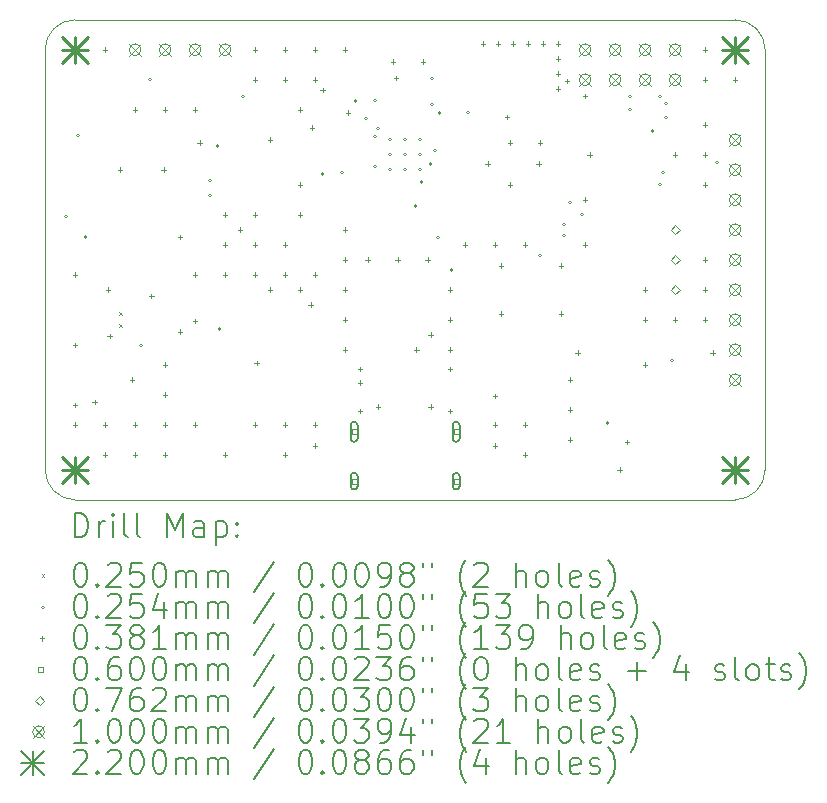
<source format=gbr>
%TF.GenerationSoftware,KiCad,Pcbnew,(6.0.7)*%
%TF.CreationDate,2023-03-20T21:53:52-04:00*%
%TF.ProjectId,CDR_Board,4344525f-426f-4617-9264-2e6b69636164,rev?*%
%TF.SameCoordinates,Original*%
%TF.FileFunction,Drillmap*%
%TF.FilePolarity,Positive*%
%FSLAX45Y45*%
G04 Gerber Fmt 4.5, Leading zero omitted, Abs format (unit mm)*
G04 Created by KiCad (PCBNEW (6.0.7)) date 2023-03-20 21:53:52*
%MOMM*%
%LPD*%
G01*
G04 APERTURE LIST*
%ADD10C,0.100000*%
%ADD11C,0.200000*%
%ADD12C,0.025000*%
%ADD13C,0.025400*%
%ADD14C,0.038100*%
%ADD15C,0.060000*%
%ADD16C,0.076200*%
%ADD17C,0.220000*%
G04 APERTURE END LIST*
D10*
X12446000Y-11684000D02*
X18034000Y-11684000D01*
X12446000Y-7620000D02*
G75*
G03*
X12192000Y-7874000I0J-254000D01*
G01*
X18034000Y-11684000D02*
G75*
G03*
X18288000Y-11430000I0J254000D01*
G01*
X12192000Y-11430000D02*
G75*
G03*
X12446000Y-11684000I254000J0D01*
G01*
X18288000Y-7874000D02*
G75*
G03*
X18034000Y-7620000I-254000J0D01*
G01*
X12192000Y-7874000D02*
X12192000Y-11430000D01*
X12446000Y-7620000D02*
X18034000Y-7620000D01*
X18288000Y-11430000D02*
X18288000Y-7874000D01*
D11*
D12*
X12814500Y-10097500D02*
X12839500Y-10122500D01*
X12839500Y-10097500D02*
X12814500Y-10122500D01*
X12814500Y-10197500D02*
X12839500Y-10222500D01*
X12839500Y-10197500D02*
X12814500Y-10222500D01*
D13*
X12382500Y-9283700D02*
G75*
G03*
X12382500Y-9283700I-12700J0D01*
G01*
X12484100Y-8597900D02*
G75*
G03*
X12484100Y-8597900I-12700J0D01*
G01*
X12547600Y-9461500D02*
G75*
G03*
X12547600Y-9461500I-12700J0D01*
G01*
X13017500Y-10375900D02*
G75*
G03*
X13017500Y-10375900I-12700J0D01*
G01*
X13093700Y-8128000D02*
G75*
G03*
X13093700Y-8128000I-12700J0D01*
G01*
X13601700Y-8978900D02*
G75*
G03*
X13601700Y-8978900I-12700J0D01*
G01*
X13601700Y-9105900D02*
G75*
G03*
X13601700Y-9105900I-12700J0D01*
G01*
X13665200Y-8689060D02*
G75*
G03*
X13665200Y-8689060I-12700J0D01*
G01*
X13682000Y-10236200D02*
G75*
G03*
X13682000Y-10236200I-12700J0D01*
G01*
X13881100Y-8267700D02*
G75*
G03*
X13881100Y-8267700I-12700J0D01*
G01*
X14554200Y-8928100D02*
G75*
G03*
X14554200Y-8928100I-12700J0D01*
G01*
X14719300Y-8915400D02*
G75*
G03*
X14719300Y-8915400I-12700J0D01*
G01*
X14833600Y-8305800D02*
G75*
G03*
X14833600Y-8305800I-12700J0D01*
G01*
X14922500Y-8458200D02*
G75*
G03*
X14922500Y-8458200I-12700J0D01*
G01*
X14998700Y-8305800D02*
G75*
G03*
X14998700Y-8305800I-12700J0D01*
G01*
X14998700Y-8610600D02*
G75*
G03*
X14998700Y-8610600I-12700J0D01*
G01*
X14998700Y-8864600D02*
G75*
G03*
X14998700Y-8864600I-12700J0D01*
G01*
X15024100Y-8537840D02*
G75*
G03*
X15024100Y-8537840I-12700J0D01*
G01*
X15125700Y-8636000D02*
G75*
G03*
X15125700Y-8636000I-12700J0D01*
G01*
X15125700Y-8763000D02*
G75*
G03*
X15125700Y-8763000I-12700J0D01*
G01*
X15125700Y-8890000D02*
G75*
G03*
X15125700Y-8890000I-12700J0D01*
G01*
X15252700Y-8636000D02*
G75*
G03*
X15252700Y-8636000I-12700J0D01*
G01*
X15252700Y-8763000D02*
G75*
G03*
X15252700Y-8763000I-12700J0D01*
G01*
X15252700Y-8890000D02*
G75*
G03*
X15252700Y-8890000I-12700J0D01*
G01*
X15338460Y-9195850D02*
G75*
G03*
X15338460Y-9195850I-12700J0D01*
G01*
X15379700Y-8636000D02*
G75*
G03*
X15379700Y-8636000I-12700J0D01*
G01*
X15379700Y-8763000D02*
G75*
G03*
X15379700Y-8763000I-12700J0D01*
G01*
X15379700Y-8890000D02*
G75*
G03*
X15379700Y-8890000I-12700J0D01*
G01*
X15392400Y-8991600D02*
G75*
G03*
X15392400Y-8991600I-12700J0D01*
G01*
X15468600Y-8839200D02*
G75*
G03*
X15468600Y-8839200I-12700J0D01*
G01*
X15481300Y-8115300D02*
G75*
G03*
X15481300Y-8115300I-12700J0D01*
G01*
X15481300Y-8334640D02*
G75*
G03*
X15481300Y-8334640I-12700J0D01*
G01*
X15506700Y-8724900D02*
G75*
G03*
X15506700Y-8724900I-12700J0D01*
G01*
X15532100Y-9461500D02*
G75*
G03*
X15532100Y-9461500I-12700J0D01*
G01*
X15544800Y-8407400D02*
G75*
G03*
X15544800Y-8407400I-12700J0D01*
G01*
X15646400Y-9740900D02*
G75*
G03*
X15646400Y-9740900I-12700J0D01*
G01*
X15786100Y-8407400D02*
G75*
G03*
X15786100Y-8407400I-12700J0D01*
G01*
X16395700Y-9613900D02*
G75*
G03*
X16395700Y-9613900I-12700J0D01*
G01*
X16598900Y-9351060D02*
G75*
G03*
X16598900Y-9351060I-12700J0D01*
G01*
X16598900Y-9444940D02*
G75*
G03*
X16598900Y-9444940I-12700J0D01*
G01*
X16649700Y-9169400D02*
G75*
G03*
X16649700Y-9169400I-12700J0D01*
G01*
X16751300Y-9271000D02*
G75*
G03*
X16751300Y-9271000I-12700J0D01*
G01*
X16967200Y-11036300D02*
G75*
G03*
X16967200Y-11036300I-12700J0D01*
G01*
X17157700Y-8267700D02*
G75*
G03*
X17157700Y-8267700I-12700J0D01*
G01*
X17157700Y-8382000D02*
G75*
G03*
X17157700Y-8382000I-12700J0D01*
G01*
X17348616Y-8559384D02*
G75*
G03*
X17348616Y-8559384I-12700J0D01*
G01*
X17411700Y-8267700D02*
G75*
G03*
X17411700Y-8267700I-12700J0D01*
G01*
X17411700Y-9017000D02*
G75*
G03*
X17411700Y-9017000I-12700J0D01*
G01*
X17437100Y-8915400D02*
G75*
G03*
X17437100Y-8915400I-12700J0D01*
G01*
X17462500Y-8331200D02*
G75*
G03*
X17462500Y-8331200I-12700J0D01*
G01*
X17462500Y-8445500D02*
G75*
G03*
X17462500Y-8445500I-12700J0D01*
G01*
X17513300Y-10502900D02*
G75*
G03*
X17513300Y-10502900I-12700J0D01*
G01*
X17894300Y-8826500D02*
G75*
G03*
X17894300Y-8826500I-12700J0D01*
G01*
D14*
X12446000Y-9759950D02*
X12446000Y-9798050D01*
X12426950Y-9779000D02*
X12465050Y-9779000D01*
X12446000Y-10356850D02*
X12446000Y-10394950D01*
X12426950Y-10375900D02*
X12465050Y-10375900D01*
X12446000Y-10864850D02*
X12446000Y-10902950D01*
X12426950Y-10883900D02*
X12465050Y-10883900D01*
X12446000Y-11029950D02*
X12446000Y-11068050D01*
X12426950Y-11049000D02*
X12465050Y-11049000D01*
X12611100Y-10839450D02*
X12611100Y-10877550D01*
X12592050Y-10858500D02*
X12630150Y-10858500D01*
X12700000Y-7854950D02*
X12700000Y-7893050D01*
X12680950Y-7874000D02*
X12719050Y-7874000D01*
X12700000Y-11029950D02*
X12700000Y-11068050D01*
X12680950Y-11049000D02*
X12719050Y-11049000D01*
X12700000Y-11283950D02*
X12700000Y-11322050D01*
X12680950Y-11303000D02*
X12719050Y-11303000D01*
X12725400Y-9886950D02*
X12725400Y-9925050D01*
X12706350Y-9906000D02*
X12744450Y-9906000D01*
X12738100Y-10280650D02*
X12738100Y-10318750D01*
X12719050Y-10299700D02*
X12757150Y-10299700D01*
X12827000Y-8870950D02*
X12827000Y-8909050D01*
X12807950Y-8890000D02*
X12846050Y-8890000D01*
X12928600Y-10648950D02*
X12928600Y-10687050D01*
X12909550Y-10668000D02*
X12947650Y-10668000D01*
X12954000Y-8362950D02*
X12954000Y-8401050D01*
X12934950Y-8382000D02*
X12973050Y-8382000D01*
X12954000Y-11029950D02*
X12954000Y-11068050D01*
X12934950Y-11049000D02*
X12973050Y-11049000D01*
X12954000Y-11283950D02*
X12954000Y-11322050D01*
X12934950Y-11303000D02*
X12973050Y-11303000D01*
X13092340Y-9938590D02*
X13092340Y-9976690D01*
X13073290Y-9957640D02*
X13111390Y-9957640D01*
X13195300Y-8870950D02*
X13195300Y-8909050D01*
X13176250Y-8890000D02*
X13214350Y-8890000D01*
X13208000Y-8362950D02*
X13208000Y-8401050D01*
X13188950Y-8382000D02*
X13227050Y-8382000D01*
X13208000Y-10521950D02*
X13208000Y-10560050D01*
X13188950Y-10541000D02*
X13227050Y-10541000D01*
X13208000Y-10775950D02*
X13208000Y-10814050D01*
X13188950Y-10795000D02*
X13227050Y-10795000D01*
X13208000Y-11029950D02*
X13208000Y-11068050D01*
X13188950Y-11049000D02*
X13227050Y-11049000D01*
X13208000Y-11283950D02*
X13208000Y-11322050D01*
X13188950Y-11303000D02*
X13227050Y-11303000D01*
X13335000Y-9442450D02*
X13335000Y-9480550D01*
X13315950Y-9461500D02*
X13354050Y-9461500D01*
X13335000Y-10242550D02*
X13335000Y-10280650D01*
X13315950Y-10261600D02*
X13354050Y-10261600D01*
X13462000Y-8362950D02*
X13462000Y-8401050D01*
X13442950Y-8382000D02*
X13481050Y-8382000D01*
X13462000Y-9759950D02*
X13462000Y-9798050D01*
X13442950Y-9779000D02*
X13481050Y-9779000D01*
X13462000Y-10150210D02*
X13462000Y-10188310D01*
X13442950Y-10169260D02*
X13481050Y-10169260D01*
X13462000Y-11029950D02*
X13462000Y-11068050D01*
X13442950Y-11049000D02*
X13481050Y-11049000D01*
X13500100Y-8642350D02*
X13500100Y-8680450D01*
X13481050Y-8661400D02*
X13519150Y-8661400D01*
X13716000Y-9251950D02*
X13716000Y-9290050D01*
X13696950Y-9271000D02*
X13735050Y-9271000D01*
X13716000Y-9505950D02*
X13716000Y-9544050D01*
X13696950Y-9525000D02*
X13735050Y-9525000D01*
X13716000Y-9759950D02*
X13716000Y-9798050D01*
X13696950Y-9779000D02*
X13735050Y-9779000D01*
X13716000Y-11283950D02*
X13716000Y-11322050D01*
X13696950Y-11303000D02*
X13735050Y-11303000D01*
X13843000Y-9378950D02*
X13843000Y-9417050D01*
X13823950Y-9398000D02*
X13862050Y-9398000D01*
X13970000Y-7854950D02*
X13970000Y-7893050D01*
X13950950Y-7874000D02*
X13989050Y-7874000D01*
X13970000Y-8108950D02*
X13970000Y-8147050D01*
X13950950Y-8128000D02*
X13989050Y-8128000D01*
X13970000Y-9251950D02*
X13970000Y-9290050D01*
X13950950Y-9271000D02*
X13989050Y-9271000D01*
X13970000Y-9505950D02*
X13970000Y-9544050D01*
X13950950Y-9525000D02*
X13989050Y-9525000D01*
X13970000Y-9759950D02*
X13970000Y-9798050D01*
X13950950Y-9779000D02*
X13989050Y-9779000D01*
X13970000Y-11029950D02*
X13970000Y-11068050D01*
X13950950Y-11049000D02*
X13989050Y-11049000D01*
X13982700Y-10509250D02*
X13982700Y-10547350D01*
X13963650Y-10528300D02*
X14001750Y-10528300D01*
X14097000Y-8616950D02*
X14097000Y-8655050D01*
X14077950Y-8636000D02*
X14116050Y-8636000D01*
X14097000Y-9886950D02*
X14097000Y-9925050D01*
X14077950Y-9906000D02*
X14116050Y-9906000D01*
X14224000Y-7854950D02*
X14224000Y-7893050D01*
X14204950Y-7874000D02*
X14243050Y-7874000D01*
X14224000Y-8108950D02*
X14224000Y-8147050D01*
X14204950Y-8128000D02*
X14243050Y-8128000D01*
X14224000Y-9505950D02*
X14224000Y-9544050D01*
X14204950Y-9525000D02*
X14243050Y-9525000D01*
X14224000Y-9759950D02*
X14224000Y-9798050D01*
X14204950Y-9779000D02*
X14243050Y-9779000D01*
X14224000Y-11029950D02*
X14224000Y-11068050D01*
X14204950Y-11049000D02*
X14243050Y-11049000D01*
X14224000Y-11283950D02*
X14224000Y-11322050D01*
X14204950Y-11303000D02*
X14243050Y-11303000D01*
X14351000Y-8362950D02*
X14351000Y-8401050D01*
X14331950Y-8382000D02*
X14370050Y-8382000D01*
X14351000Y-8997950D02*
X14351000Y-9036050D01*
X14331950Y-9017000D02*
X14370050Y-9017000D01*
X14351000Y-9251950D02*
X14351000Y-9290050D01*
X14331950Y-9271000D02*
X14370050Y-9271000D01*
X14351000Y-9886950D02*
X14351000Y-9925050D01*
X14331950Y-9906000D02*
X14370050Y-9906000D01*
X14439900Y-10013950D02*
X14439900Y-10052050D01*
X14420850Y-10033000D02*
X14458950Y-10033000D01*
X14452600Y-8515350D02*
X14452600Y-8553450D01*
X14433550Y-8534400D02*
X14471650Y-8534400D01*
X14478000Y-7854950D02*
X14478000Y-7893050D01*
X14458950Y-7874000D02*
X14497050Y-7874000D01*
X14478000Y-8108950D02*
X14478000Y-8147050D01*
X14458950Y-8128000D02*
X14497050Y-8128000D01*
X14478000Y-9759950D02*
X14478000Y-9798050D01*
X14458950Y-9779000D02*
X14497050Y-9779000D01*
X14478000Y-11029950D02*
X14478000Y-11068050D01*
X14458950Y-11049000D02*
X14497050Y-11049000D01*
X14478000Y-11207750D02*
X14478000Y-11245850D01*
X14458950Y-11226800D02*
X14497050Y-11226800D01*
X14541500Y-8197850D02*
X14541500Y-8235950D01*
X14522450Y-8216900D02*
X14560550Y-8216900D01*
X14732000Y-7854950D02*
X14732000Y-7893050D01*
X14712950Y-7874000D02*
X14751050Y-7874000D01*
X14732000Y-9378950D02*
X14732000Y-9417050D01*
X14712950Y-9398000D02*
X14751050Y-9398000D01*
X14732000Y-9632950D02*
X14732000Y-9671050D01*
X14712950Y-9652000D02*
X14751050Y-9652000D01*
X14732000Y-9886950D02*
X14732000Y-9925050D01*
X14712950Y-9906000D02*
X14751050Y-9906000D01*
X14732000Y-10140950D02*
X14732000Y-10179050D01*
X14712950Y-10160000D02*
X14751050Y-10160000D01*
X14732000Y-10394950D02*
X14732000Y-10433050D01*
X14712950Y-10414000D02*
X14751050Y-10414000D01*
X14757400Y-8388350D02*
X14757400Y-8426450D01*
X14738350Y-8407400D02*
X14776450Y-8407400D01*
X14859000Y-10560050D02*
X14859000Y-10598150D01*
X14839950Y-10579100D02*
X14878050Y-10579100D01*
X14859000Y-10674350D02*
X14859000Y-10712450D01*
X14839950Y-10693400D02*
X14878050Y-10693400D01*
X14859000Y-10915650D02*
X14859000Y-10953750D01*
X14839950Y-10934700D02*
X14878050Y-10934700D01*
X14922500Y-9632950D02*
X14922500Y-9671050D01*
X14903450Y-9652000D02*
X14941550Y-9652000D01*
X15011400Y-10877550D02*
X15011400Y-10915650D01*
X14992350Y-10896600D02*
X15030450Y-10896600D01*
X15138400Y-7956550D02*
X15138400Y-7994650D01*
X15119350Y-7975600D02*
X15157450Y-7975600D01*
X15163800Y-8096250D02*
X15163800Y-8134350D01*
X15144750Y-8115300D02*
X15182850Y-8115300D01*
X15176500Y-9632950D02*
X15176500Y-9671050D01*
X15157450Y-9652000D02*
X15195550Y-9652000D01*
X15335300Y-10394950D02*
X15335300Y-10433050D01*
X15316250Y-10414000D02*
X15354350Y-10414000D01*
X15392400Y-7956550D02*
X15392400Y-7994650D01*
X15373350Y-7975600D02*
X15411450Y-7975600D01*
X15430500Y-9632950D02*
X15430500Y-9671050D01*
X15411450Y-9652000D02*
X15449550Y-9652000D01*
X15455900Y-10267950D02*
X15455900Y-10306050D01*
X15436850Y-10287000D02*
X15474950Y-10287000D01*
X15455900Y-10877550D02*
X15455900Y-10915650D01*
X15436850Y-10896600D02*
X15474950Y-10896600D01*
X15621000Y-9886950D02*
X15621000Y-9925050D01*
X15601950Y-9906000D02*
X15640050Y-9906000D01*
X15621000Y-10140950D02*
X15621000Y-10179050D01*
X15601950Y-10160000D02*
X15640050Y-10160000D01*
X15621000Y-10394950D02*
X15621000Y-10433050D01*
X15601950Y-10414000D02*
X15640050Y-10414000D01*
X15621000Y-10560050D02*
X15621000Y-10598150D01*
X15601950Y-10579100D02*
X15640050Y-10579100D01*
X15621000Y-10915650D02*
X15621000Y-10953750D01*
X15601950Y-10934700D02*
X15640050Y-10934700D01*
X15748000Y-9505950D02*
X15748000Y-9544050D01*
X15728950Y-9525000D02*
X15767050Y-9525000D01*
X15900400Y-7804150D02*
X15900400Y-7842250D01*
X15881350Y-7823200D02*
X15919450Y-7823200D01*
X15938500Y-8820150D02*
X15938500Y-8858250D01*
X15919450Y-8839200D02*
X15957550Y-8839200D01*
X16002000Y-9505950D02*
X16002000Y-9544050D01*
X15982950Y-9525000D02*
X16021050Y-9525000D01*
X16002000Y-10788650D02*
X16002000Y-10826750D01*
X15982950Y-10807700D02*
X16021050Y-10807700D01*
X16002000Y-11029950D02*
X16002000Y-11068050D01*
X15982950Y-11049000D02*
X16021050Y-11049000D01*
X16002000Y-11207750D02*
X16002000Y-11245850D01*
X15982950Y-11226800D02*
X16021050Y-11226800D01*
X16027400Y-7804150D02*
X16027400Y-7842250D01*
X16008350Y-7823200D02*
X16046450Y-7823200D01*
X16052800Y-9683750D02*
X16052800Y-9721850D01*
X16033750Y-9702800D02*
X16071850Y-9702800D01*
X16052800Y-10090150D02*
X16052800Y-10128250D01*
X16033750Y-10109200D02*
X16071850Y-10109200D01*
X16103600Y-8426450D02*
X16103600Y-8464550D01*
X16084550Y-8445500D02*
X16122650Y-8445500D01*
X16129000Y-8642350D02*
X16129000Y-8680450D01*
X16109950Y-8661400D02*
X16148050Y-8661400D01*
X16129000Y-8997950D02*
X16129000Y-9036050D01*
X16109950Y-9017000D02*
X16148050Y-9017000D01*
X16154400Y-7804150D02*
X16154400Y-7842250D01*
X16135350Y-7823200D02*
X16173450Y-7823200D01*
X16256000Y-9505950D02*
X16256000Y-9544050D01*
X16236950Y-9525000D02*
X16275050Y-9525000D01*
X16256000Y-11029950D02*
X16256000Y-11068050D01*
X16236950Y-11049000D02*
X16275050Y-11049000D01*
X16256000Y-11283950D02*
X16256000Y-11322050D01*
X16236950Y-11303000D02*
X16275050Y-11303000D01*
X16281400Y-7804150D02*
X16281400Y-7842250D01*
X16262350Y-7823200D02*
X16300450Y-7823200D01*
X16370300Y-8820150D02*
X16370300Y-8858250D01*
X16351250Y-8839200D02*
X16389350Y-8839200D01*
X16383000Y-8642350D02*
X16383000Y-8680450D01*
X16363950Y-8661400D02*
X16402050Y-8661400D01*
X16408400Y-7804150D02*
X16408400Y-7842250D01*
X16389350Y-7823200D02*
X16427450Y-7823200D01*
X16535400Y-7804150D02*
X16535400Y-7842250D01*
X16516350Y-7823200D02*
X16554450Y-7823200D01*
X16535400Y-7931150D02*
X16535400Y-7969250D01*
X16516350Y-7950200D02*
X16554450Y-7950200D01*
X16535400Y-8058150D02*
X16535400Y-8096250D01*
X16516350Y-8077200D02*
X16554450Y-8077200D01*
X16535400Y-8185150D02*
X16535400Y-8223250D01*
X16516350Y-8204200D02*
X16554450Y-8204200D01*
X16560800Y-9683750D02*
X16560800Y-9721850D01*
X16541750Y-9702800D02*
X16579850Y-9702800D01*
X16560800Y-10090150D02*
X16560800Y-10128250D01*
X16541750Y-10109200D02*
X16579850Y-10109200D01*
X16611550Y-8121650D02*
X16611550Y-8159750D01*
X16592500Y-8140700D02*
X16630600Y-8140700D01*
X16637000Y-10648950D02*
X16637000Y-10687050D01*
X16617950Y-10668000D02*
X16656050Y-10668000D01*
X16637000Y-10902950D02*
X16637000Y-10941050D01*
X16617950Y-10922000D02*
X16656050Y-10922000D01*
X16637000Y-11156950D02*
X16637000Y-11195050D01*
X16617950Y-11176000D02*
X16656050Y-11176000D01*
X16700500Y-10420350D02*
X16700500Y-10458450D01*
X16681450Y-10439400D02*
X16719550Y-10439400D01*
X16764000Y-8248650D02*
X16764000Y-8286750D01*
X16744950Y-8267700D02*
X16783050Y-8267700D01*
X16764000Y-9124950D02*
X16764000Y-9163050D01*
X16744950Y-9144000D02*
X16783050Y-9144000D01*
X16764000Y-9505950D02*
X16764000Y-9544050D01*
X16744950Y-9525000D02*
X16783050Y-9525000D01*
X16802100Y-8743950D02*
X16802100Y-8782050D01*
X16783050Y-8763000D02*
X16821150Y-8763000D01*
X17056100Y-11410950D02*
X17056100Y-11449050D01*
X17037050Y-11430000D02*
X17075150Y-11430000D01*
X17119600Y-11175100D02*
X17119600Y-11213200D01*
X17100550Y-11194150D02*
X17138650Y-11194150D01*
X17272000Y-9886950D02*
X17272000Y-9925050D01*
X17252950Y-9906000D02*
X17291050Y-9906000D01*
X17272000Y-10140950D02*
X17272000Y-10179050D01*
X17252950Y-10160000D02*
X17291050Y-10160000D01*
X17272000Y-10521950D02*
X17272000Y-10560050D01*
X17252950Y-10541000D02*
X17291050Y-10541000D01*
X17526000Y-8743950D02*
X17526000Y-8782050D01*
X17506950Y-8763000D02*
X17545050Y-8763000D01*
X17526000Y-10140950D02*
X17526000Y-10179050D01*
X17506950Y-10160000D02*
X17545050Y-10160000D01*
X17780000Y-7854950D02*
X17780000Y-7893050D01*
X17760950Y-7874000D02*
X17799050Y-7874000D01*
X17780000Y-8108950D02*
X17780000Y-8147050D01*
X17760950Y-8128000D02*
X17799050Y-8128000D01*
X17780000Y-8489950D02*
X17780000Y-8528050D01*
X17760950Y-8509000D02*
X17799050Y-8509000D01*
X17780000Y-8743950D02*
X17780000Y-8782050D01*
X17760950Y-8763000D02*
X17799050Y-8763000D01*
X17780000Y-8997950D02*
X17780000Y-9036050D01*
X17760950Y-9017000D02*
X17799050Y-9017000D01*
X17780000Y-9632950D02*
X17780000Y-9671050D01*
X17760950Y-9652000D02*
X17799050Y-9652000D01*
X17780000Y-9886950D02*
X17780000Y-9925050D01*
X17760950Y-9906000D02*
X17799050Y-9906000D01*
X17780000Y-10140950D02*
X17780000Y-10179050D01*
X17760950Y-10160000D02*
X17799050Y-10160000D01*
X17843500Y-10420350D02*
X17843500Y-10458450D01*
X17824450Y-10439400D02*
X17862550Y-10439400D01*
X18034000Y-8108950D02*
X18034000Y-8147050D01*
X18014950Y-8128000D02*
X18053050Y-8128000D01*
D15*
X14829213Y-11131213D02*
X14829213Y-11088787D01*
X14786787Y-11088787D01*
X14786787Y-11131213D01*
X14829213Y-11131213D01*
D11*
X14838000Y-11165000D02*
X14838000Y-11055000D01*
X14778000Y-11165000D02*
X14778000Y-11055000D01*
X14838000Y-11055000D02*
G75*
G03*
X14778000Y-11055000I-30000J0D01*
G01*
X14778000Y-11165000D02*
G75*
G03*
X14838000Y-11165000I30000J0D01*
G01*
D15*
X14829213Y-11548213D02*
X14829213Y-11505787D01*
X14786787Y-11505787D01*
X14786787Y-11548213D01*
X14829213Y-11548213D01*
D11*
X14838000Y-11567000D02*
X14838000Y-11487000D01*
X14778000Y-11567000D02*
X14778000Y-11487000D01*
X14838000Y-11487000D02*
G75*
G03*
X14778000Y-11487000I-30000J0D01*
G01*
X14778000Y-11567000D02*
G75*
G03*
X14838000Y-11567000I30000J0D01*
G01*
D15*
X15693213Y-11131213D02*
X15693213Y-11088787D01*
X15650787Y-11088787D01*
X15650787Y-11131213D01*
X15693213Y-11131213D01*
D11*
X15702000Y-11165000D02*
X15702000Y-11055000D01*
X15642000Y-11165000D02*
X15642000Y-11055000D01*
X15702000Y-11055000D02*
G75*
G03*
X15642000Y-11055000I-30000J0D01*
G01*
X15642000Y-11165000D02*
G75*
G03*
X15702000Y-11165000I30000J0D01*
G01*
D15*
X15693213Y-11548213D02*
X15693213Y-11505787D01*
X15650787Y-11505787D01*
X15650787Y-11548213D01*
X15693213Y-11548213D01*
D11*
X15702000Y-11567000D02*
X15702000Y-11487000D01*
X15642000Y-11567000D02*
X15642000Y-11487000D01*
X15702000Y-11487000D02*
G75*
G03*
X15642000Y-11487000I-30000J0D01*
G01*
X15642000Y-11567000D02*
G75*
G03*
X15702000Y-11567000I30000J0D01*
G01*
D16*
X17526000Y-9436100D02*
X17564100Y-9398000D01*
X17526000Y-9359900D01*
X17487900Y-9398000D01*
X17526000Y-9436100D01*
X17526000Y-9690100D02*
X17564100Y-9652000D01*
X17526000Y-9613900D01*
X17487900Y-9652000D01*
X17526000Y-9690100D01*
X17526000Y-9944100D02*
X17564100Y-9906000D01*
X17526000Y-9867900D01*
X17487900Y-9906000D01*
X17526000Y-9944100D01*
D10*
X12904000Y-7824000D02*
X13004000Y-7924000D01*
X13004000Y-7824000D02*
X12904000Y-7924000D01*
X13004000Y-7874000D02*
G75*
G03*
X13004000Y-7874000I-50000J0D01*
G01*
X13158000Y-7824000D02*
X13258000Y-7924000D01*
X13258000Y-7824000D02*
X13158000Y-7924000D01*
X13258000Y-7874000D02*
G75*
G03*
X13258000Y-7874000I-50000J0D01*
G01*
X13412000Y-7824000D02*
X13512000Y-7924000D01*
X13512000Y-7824000D02*
X13412000Y-7924000D01*
X13512000Y-7874000D02*
G75*
G03*
X13512000Y-7874000I-50000J0D01*
G01*
X13666000Y-7824000D02*
X13766000Y-7924000D01*
X13766000Y-7824000D02*
X13666000Y-7924000D01*
X13766000Y-7874000D02*
G75*
G03*
X13766000Y-7874000I-50000J0D01*
G01*
X16714000Y-7824000D02*
X16814000Y-7924000D01*
X16814000Y-7824000D02*
X16714000Y-7924000D01*
X16814000Y-7874000D02*
G75*
G03*
X16814000Y-7874000I-50000J0D01*
G01*
X16714000Y-8078000D02*
X16814000Y-8178000D01*
X16814000Y-8078000D02*
X16714000Y-8178000D01*
X16814000Y-8128000D02*
G75*
G03*
X16814000Y-8128000I-50000J0D01*
G01*
X16968000Y-7824000D02*
X17068000Y-7924000D01*
X17068000Y-7824000D02*
X16968000Y-7924000D01*
X17068000Y-7874000D02*
G75*
G03*
X17068000Y-7874000I-50000J0D01*
G01*
X16968000Y-8078000D02*
X17068000Y-8178000D01*
X17068000Y-8078000D02*
X16968000Y-8178000D01*
X17068000Y-8128000D02*
G75*
G03*
X17068000Y-8128000I-50000J0D01*
G01*
X17222000Y-7824000D02*
X17322000Y-7924000D01*
X17322000Y-7824000D02*
X17222000Y-7924000D01*
X17322000Y-7874000D02*
G75*
G03*
X17322000Y-7874000I-50000J0D01*
G01*
X17222000Y-8078000D02*
X17322000Y-8178000D01*
X17322000Y-8078000D02*
X17222000Y-8178000D01*
X17322000Y-8128000D02*
G75*
G03*
X17322000Y-8128000I-50000J0D01*
G01*
X17476000Y-7824000D02*
X17576000Y-7924000D01*
X17576000Y-7824000D02*
X17476000Y-7924000D01*
X17576000Y-7874000D02*
G75*
G03*
X17576000Y-7874000I-50000J0D01*
G01*
X17476000Y-8078000D02*
X17576000Y-8178000D01*
X17576000Y-8078000D02*
X17476000Y-8178000D01*
X17576000Y-8128000D02*
G75*
G03*
X17576000Y-8128000I-50000J0D01*
G01*
X17984000Y-8586000D02*
X18084000Y-8686000D01*
X18084000Y-8586000D02*
X17984000Y-8686000D01*
X18084000Y-8636000D02*
G75*
G03*
X18084000Y-8636000I-50000J0D01*
G01*
X17984000Y-8840000D02*
X18084000Y-8940000D01*
X18084000Y-8840000D02*
X17984000Y-8940000D01*
X18084000Y-8890000D02*
G75*
G03*
X18084000Y-8890000I-50000J0D01*
G01*
X17984000Y-9094000D02*
X18084000Y-9194000D01*
X18084000Y-9094000D02*
X17984000Y-9194000D01*
X18084000Y-9144000D02*
G75*
G03*
X18084000Y-9144000I-50000J0D01*
G01*
X17984000Y-9348000D02*
X18084000Y-9448000D01*
X18084000Y-9348000D02*
X17984000Y-9448000D01*
X18084000Y-9398000D02*
G75*
G03*
X18084000Y-9398000I-50000J0D01*
G01*
X17984000Y-9602000D02*
X18084000Y-9702000D01*
X18084000Y-9602000D02*
X17984000Y-9702000D01*
X18084000Y-9652000D02*
G75*
G03*
X18084000Y-9652000I-50000J0D01*
G01*
X17984000Y-9856000D02*
X18084000Y-9956000D01*
X18084000Y-9856000D02*
X17984000Y-9956000D01*
X18084000Y-9906000D02*
G75*
G03*
X18084000Y-9906000I-50000J0D01*
G01*
X17984000Y-10110000D02*
X18084000Y-10210000D01*
X18084000Y-10110000D02*
X17984000Y-10210000D01*
X18084000Y-10160000D02*
G75*
G03*
X18084000Y-10160000I-50000J0D01*
G01*
X17984000Y-10364000D02*
X18084000Y-10464000D01*
X18084000Y-10364000D02*
X17984000Y-10464000D01*
X18084000Y-10414000D02*
G75*
G03*
X18084000Y-10414000I-50000J0D01*
G01*
X17984000Y-10618000D02*
X18084000Y-10718000D01*
X18084000Y-10618000D02*
X17984000Y-10718000D01*
X18084000Y-10668000D02*
G75*
G03*
X18084000Y-10668000I-50000J0D01*
G01*
D17*
X12336000Y-7764000D02*
X12556000Y-7984000D01*
X12556000Y-7764000D02*
X12336000Y-7984000D01*
X12446000Y-7764000D02*
X12446000Y-7984000D01*
X12336000Y-7874000D02*
X12556000Y-7874000D01*
X12336000Y-11320000D02*
X12556000Y-11540000D01*
X12556000Y-11320000D02*
X12336000Y-11540000D01*
X12446000Y-11320000D02*
X12446000Y-11540000D01*
X12336000Y-11430000D02*
X12556000Y-11430000D01*
X17924000Y-7764000D02*
X18144000Y-7984000D01*
X18144000Y-7764000D02*
X17924000Y-7984000D01*
X18034000Y-7764000D02*
X18034000Y-7984000D01*
X17924000Y-7874000D02*
X18144000Y-7874000D01*
X17924000Y-11320000D02*
X18144000Y-11540000D01*
X18144000Y-11320000D02*
X17924000Y-11540000D01*
X18034000Y-11320000D02*
X18034000Y-11540000D01*
X17924000Y-11430000D02*
X18144000Y-11430000D01*
D11*
X12444619Y-11999476D02*
X12444619Y-11799476D01*
X12492238Y-11799476D01*
X12520809Y-11809000D01*
X12539857Y-11828048D01*
X12549381Y-11847095D01*
X12558905Y-11885190D01*
X12558905Y-11913762D01*
X12549381Y-11951857D01*
X12539857Y-11970905D01*
X12520809Y-11989952D01*
X12492238Y-11999476D01*
X12444619Y-11999476D01*
X12644619Y-11999476D02*
X12644619Y-11866143D01*
X12644619Y-11904238D02*
X12654143Y-11885190D01*
X12663667Y-11875667D01*
X12682714Y-11866143D01*
X12701762Y-11866143D01*
X12768428Y-11999476D02*
X12768428Y-11866143D01*
X12768428Y-11799476D02*
X12758905Y-11809000D01*
X12768428Y-11818524D01*
X12777952Y-11809000D01*
X12768428Y-11799476D01*
X12768428Y-11818524D01*
X12892238Y-11999476D02*
X12873190Y-11989952D01*
X12863667Y-11970905D01*
X12863667Y-11799476D01*
X12997000Y-11999476D02*
X12977952Y-11989952D01*
X12968428Y-11970905D01*
X12968428Y-11799476D01*
X13225571Y-11999476D02*
X13225571Y-11799476D01*
X13292238Y-11942333D01*
X13358905Y-11799476D01*
X13358905Y-11999476D01*
X13539857Y-11999476D02*
X13539857Y-11894714D01*
X13530333Y-11875667D01*
X13511286Y-11866143D01*
X13473190Y-11866143D01*
X13454143Y-11875667D01*
X13539857Y-11989952D02*
X13520809Y-11999476D01*
X13473190Y-11999476D01*
X13454143Y-11989952D01*
X13444619Y-11970905D01*
X13444619Y-11951857D01*
X13454143Y-11932809D01*
X13473190Y-11923286D01*
X13520809Y-11923286D01*
X13539857Y-11913762D01*
X13635095Y-11866143D02*
X13635095Y-12066143D01*
X13635095Y-11875667D02*
X13654143Y-11866143D01*
X13692238Y-11866143D01*
X13711286Y-11875667D01*
X13720809Y-11885190D01*
X13730333Y-11904238D01*
X13730333Y-11961381D01*
X13720809Y-11980428D01*
X13711286Y-11989952D01*
X13692238Y-11999476D01*
X13654143Y-11999476D01*
X13635095Y-11989952D01*
X13816048Y-11980428D02*
X13825571Y-11989952D01*
X13816048Y-11999476D01*
X13806524Y-11989952D01*
X13816048Y-11980428D01*
X13816048Y-11999476D01*
X13816048Y-11875667D02*
X13825571Y-11885190D01*
X13816048Y-11894714D01*
X13806524Y-11885190D01*
X13816048Y-11875667D01*
X13816048Y-11894714D01*
D12*
X12162000Y-12316500D02*
X12187000Y-12341500D01*
X12187000Y-12316500D02*
X12162000Y-12341500D01*
D11*
X12482714Y-12219476D02*
X12501762Y-12219476D01*
X12520809Y-12229000D01*
X12530333Y-12238524D01*
X12539857Y-12257571D01*
X12549381Y-12295667D01*
X12549381Y-12343286D01*
X12539857Y-12381381D01*
X12530333Y-12400428D01*
X12520809Y-12409952D01*
X12501762Y-12419476D01*
X12482714Y-12419476D01*
X12463667Y-12409952D01*
X12454143Y-12400428D01*
X12444619Y-12381381D01*
X12435095Y-12343286D01*
X12435095Y-12295667D01*
X12444619Y-12257571D01*
X12454143Y-12238524D01*
X12463667Y-12229000D01*
X12482714Y-12219476D01*
X12635095Y-12400428D02*
X12644619Y-12409952D01*
X12635095Y-12419476D01*
X12625571Y-12409952D01*
X12635095Y-12400428D01*
X12635095Y-12419476D01*
X12720809Y-12238524D02*
X12730333Y-12229000D01*
X12749381Y-12219476D01*
X12797000Y-12219476D01*
X12816048Y-12229000D01*
X12825571Y-12238524D01*
X12835095Y-12257571D01*
X12835095Y-12276619D01*
X12825571Y-12305190D01*
X12711286Y-12419476D01*
X12835095Y-12419476D01*
X13016048Y-12219476D02*
X12920809Y-12219476D01*
X12911286Y-12314714D01*
X12920809Y-12305190D01*
X12939857Y-12295667D01*
X12987476Y-12295667D01*
X13006524Y-12305190D01*
X13016048Y-12314714D01*
X13025571Y-12333762D01*
X13025571Y-12381381D01*
X13016048Y-12400428D01*
X13006524Y-12409952D01*
X12987476Y-12419476D01*
X12939857Y-12419476D01*
X12920809Y-12409952D01*
X12911286Y-12400428D01*
X13149381Y-12219476D02*
X13168428Y-12219476D01*
X13187476Y-12229000D01*
X13197000Y-12238524D01*
X13206524Y-12257571D01*
X13216048Y-12295667D01*
X13216048Y-12343286D01*
X13206524Y-12381381D01*
X13197000Y-12400428D01*
X13187476Y-12409952D01*
X13168428Y-12419476D01*
X13149381Y-12419476D01*
X13130333Y-12409952D01*
X13120809Y-12400428D01*
X13111286Y-12381381D01*
X13101762Y-12343286D01*
X13101762Y-12295667D01*
X13111286Y-12257571D01*
X13120809Y-12238524D01*
X13130333Y-12229000D01*
X13149381Y-12219476D01*
X13301762Y-12419476D02*
X13301762Y-12286143D01*
X13301762Y-12305190D02*
X13311286Y-12295667D01*
X13330333Y-12286143D01*
X13358905Y-12286143D01*
X13377952Y-12295667D01*
X13387476Y-12314714D01*
X13387476Y-12419476D01*
X13387476Y-12314714D02*
X13397000Y-12295667D01*
X13416048Y-12286143D01*
X13444619Y-12286143D01*
X13463667Y-12295667D01*
X13473190Y-12314714D01*
X13473190Y-12419476D01*
X13568428Y-12419476D02*
X13568428Y-12286143D01*
X13568428Y-12305190D02*
X13577952Y-12295667D01*
X13597000Y-12286143D01*
X13625571Y-12286143D01*
X13644619Y-12295667D01*
X13654143Y-12314714D01*
X13654143Y-12419476D01*
X13654143Y-12314714D02*
X13663667Y-12295667D01*
X13682714Y-12286143D01*
X13711286Y-12286143D01*
X13730333Y-12295667D01*
X13739857Y-12314714D01*
X13739857Y-12419476D01*
X14130333Y-12209952D02*
X13958905Y-12467095D01*
X14387476Y-12219476D02*
X14406524Y-12219476D01*
X14425571Y-12229000D01*
X14435095Y-12238524D01*
X14444619Y-12257571D01*
X14454143Y-12295667D01*
X14454143Y-12343286D01*
X14444619Y-12381381D01*
X14435095Y-12400428D01*
X14425571Y-12409952D01*
X14406524Y-12419476D01*
X14387476Y-12419476D01*
X14368428Y-12409952D01*
X14358905Y-12400428D01*
X14349381Y-12381381D01*
X14339857Y-12343286D01*
X14339857Y-12295667D01*
X14349381Y-12257571D01*
X14358905Y-12238524D01*
X14368428Y-12229000D01*
X14387476Y-12219476D01*
X14539857Y-12400428D02*
X14549381Y-12409952D01*
X14539857Y-12419476D01*
X14530333Y-12409952D01*
X14539857Y-12400428D01*
X14539857Y-12419476D01*
X14673190Y-12219476D02*
X14692238Y-12219476D01*
X14711286Y-12229000D01*
X14720809Y-12238524D01*
X14730333Y-12257571D01*
X14739857Y-12295667D01*
X14739857Y-12343286D01*
X14730333Y-12381381D01*
X14720809Y-12400428D01*
X14711286Y-12409952D01*
X14692238Y-12419476D01*
X14673190Y-12419476D01*
X14654143Y-12409952D01*
X14644619Y-12400428D01*
X14635095Y-12381381D01*
X14625571Y-12343286D01*
X14625571Y-12295667D01*
X14635095Y-12257571D01*
X14644619Y-12238524D01*
X14654143Y-12229000D01*
X14673190Y-12219476D01*
X14863667Y-12219476D02*
X14882714Y-12219476D01*
X14901762Y-12229000D01*
X14911286Y-12238524D01*
X14920809Y-12257571D01*
X14930333Y-12295667D01*
X14930333Y-12343286D01*
X14920809Y-12381381D01*
X14911286Y-12400428D01*
X14901762Y-12409952D01*
X14882714Y-12419476D01*
X14863667Y-12419476D01*
X14844619Y-12409952D01*
X14835095Y-12400428D01*
X14825571Y-12381381D01*
X14816048Y-12343286D01*
X14816048Y-12295667D01*
X14825571Y-12257571D01*
X14835095Y-12238524D01*
X14844619Y-12229000D01*
X14863667Y-12219476D01*
X15025571Y-12419476D02*
X15063667Y-12419476D01*
X15082714Y-12409952D01*
X15092238Y-12400428D01*
X15111286Y-12371857D01*
X15120809Y-12333762D01*
X15120809Y-12257571D01*
X15111286Y-12238524D01*
X15101762Y-12229000D01*
X15082714Y-12219476D01*
X15044619Y-12219476D01*
X15025571Y-12229000D01*
X15016048Y-12238524D01*
X15006524Y-12257571D01*
X15006524Y-12305190D01*
X15016048Y-12324238D01*
X15025571Y-12333762D01*
X15044619Y-12343286D01*
X15082714Y-12343286D01*
X15101762Y-12333762D01*
X15111286Y-12324238D01*
X15120809Y-12305190D01*
X15235095Y-12305190D02*
X15216048Y-12295667D01*
X15206524Y-12286143D01*
X15197000Y-12267095D01*
X15197000Y-12257571D01*
X15206524Y-12238524D01*
X15216048Y-12229000D01*
X15235095Y-12219476D01*
X15273190Y-12219476D01*
X15292238Y-12229000D01*
X15301762Y-12238524D01*
X15311286Y-12257571D01*
X15311286Y-12267095D01*
X15301762Y-12286143D01*
X15292238Y-12295667D01*
X15273190Y-12305190D01*
X15235095Y-12305190D01*
X15216048Y-12314714D01*
X15206524Y-12324238D01*
X15197000Y-12343286D01*
X15197000Y-12381381D01*
X15206524Y-12400428D01*
X15216048Y-12409952D01*
X15235095Y-12419476D01*
X15273190Y-12419476D01*
X15292238Y-12409952D01*
X15301762Y-12400428D01*
X15311286Y-12381381D01*
X15311286Y-12343286D01*
X15301762Y-12324238D01*
X15292238Y-12314714D01*
X15273190Y-12305190D01*
X15387476Y-12219476D02*
X15387476Y-12257571D01*
X15463667Y-12219476D02*
X15463667Y-12257571D01*
X15758905Y-12495667D02*
X15749381Y-12486143D01*
X15730333Y-12457571D01*
X15720809Y-12438524D01*
X15711286Y-12409952D01*
X15701762Y-12362333D01*
X15701762Y-12324238D01*
X15711286Y-12276619D01*
X15720809Y-12248048D01*
X15730333Y-12229000D01*
X15749381Y-12200428D01*
X15758905Y-12190905D01*
X15825571Y-12238524D02*
X15835095Y-12229000D01*
X15854143Y-12219476D01*
X15901762Y-12219476D01*
X15920809Y-12229000D01*
X15930333Y-12238524D01*
X15939857Y-12257571D01*
X15939857Y-12276619D01*
X15930333Y-12305190D01*
X15816048Y-12419476D01*
X15939857Y-12419476D01*
X16177952Y-12419476D02*
X16177952Y-12219476D01*
X16263667Y-12419476D02*
X16263667Y-12314714D01*
X16254143Y-12295667D01*
X16235095Y-12286143D01*
X16206524Y-12286143D01*
X16187476Y-12295667D01*
X16177952Y-12305190D01*
X16387476Y-12419476D02*
X16368428Y-12409952D01*
X16358905Y-12400428D01*
X16349381Y-12381381D01*
X16349381Y-12324238D01*
X16358905Y-12305190D01*
X16368428Y-12295667D01*
X16387476Y-12286143D01*
X16416048Y-12286143D01*
X16435095Y-12295667D01*
X16444619Y-12305190D01*
X16454143Y-12324238D01*
X16454143Y-12381381D01*
X16444619Y-12400428D01*
X16435095Y-12409952D01*
X16416048Y-12419476D01*
X16387476Y-12419476D01*
X16568428Y-12419476D02*
X16549381Y-12409952D01*
X16539857Y-12390905D01*
X16539857Y-12219476D01*
X16720809Y-12409952D02*
X16701762Y-12419476D01*
X16663667Y-12419476D01*
X16644619Y-12409952D01*
X16635095Y-12390905D01*
X16635095Y-12314714D01*
X16644619Y-12295667D01*
X16663667Y-12286143D01*
X16701762Y-12286143D01*
X16720809Y-12295667D01*
X16730333Y-12314714D01*
X16730333Y-12333762D01*
X16635095Y-12352809D01*
X16806524Y-12409952D02*
X16825571Y-12419476D01*
X16863667Y-12419476D01*
X16882714Y-12409952D01*
X16892238Y-12390905D01*
X16892238Y-12381381D01*
X16882714Y-12362333D01*
X16863667Y-12352809D01*
X16835095Y-12352809D01*
X16816048Y-12343286D01*
X16806524Y-12324238D01*
X16806524Y-12314714D01*
X16816048Y-12295667D01*
X16835095Y-12286143D01*
X16863667Y-12286143D01*
X16882714Y-12295667D01*
X16958905Y-12495667D02*
X16968429Y-12486143D01*
X16987476Y-12457571D01*
X16997000Y-12438524D01*
X17006524Y-12409952D01*
X17016048Y-12362333D01*
X17016048Y-12324238D01*
X17006524Y-12276619D01*
X16997000Y-12248048D01*
X16987476Y-12229000D01*
X16968429Y-12200428D01*
X16958905Y-12190905D01*
D13*
X12187000Y-12593000D02*
G75*
G03*
X12187000Y-12593000I-12700J0D01*
G01*
D11*
X12482714Y-12483476D02*
X12501762Y-12483476D01*
X12520809Y-12493000D01*
X12530333Y-12502524D01*
X12539857Y-12521571D01*
X12549381Y-12559667D01*
X12549381Y-12607286D01*
X12539857Y-12645381D01*
X12530333Y-12664428D01*
X12520809Y-12673952D01*
X12501762Y-12683476D01*
X12482714Y-12683476D01*
X12463667Y-12673952D01*
X12454143Y-12664428D01*
X12444619Y-12645381D01*
X12435095Y-12607286D01*
X12435095Y-12559667D01*
X12444619Y-12521571D01*
X12454143Y-12502524D01*
X12463667Y-12493000D01*
X12482714Y-12483476D01*
X12635095Y-12664428D02*
X12644619Y-12673952D01*
X12635095Y-12683476D01*
X12625571Y-12673952D01*
X12635095Y-12664428D01*
X12635095Y-12683476D01*
X12720809Y-12502524D02*
X12730333Y-12493000D01*
X12749381Y-12483476D01*
X12797000Y-12483476D01*
X12816048Y-12493000D01*
X12825571Y-12502524D01*
X12835095Y-12521571D01*
X12835095Y-12540619D01*
X12825571Y-12569190D01*
X12711286Y-12683476D01*
X12835095Y-12683476D01*
X13016048Y-12483476D02*
X12920809Y-12483476D01*
X12911286Y-12578714D01*
X12920809Y-12569190D01*
X12939857Y-12559667D01*
X12987476Y-12559667D01*
X13006524Y-12569190D01*
X13016048Y-12578714D01*
X13025571Y-12597762D01*
X13025571Y-12645381D01*
X13016048Y-12664428D01*
X13006524Y-12673952D01*
X12987476Y-12683476D01*
X12939857Y-12683476D01*
X12920809Y-12673952D01*
X12911286Y-12664428D01*
X13197000Y-12550143D02*
X13197000Y-12683476D01*
X13149381Y-12473952D02*
X13101762Y-12616809D01*
X13225571Y-12616809D01*
X13301762Y-12683476D02*
X13301762Y-12550143D01*
X13301762Y-12569190D02*
X13311286Y-12559667D01*
X13330333Y-12550143D01*
X13358905Y-12550143D01*
X13377952Y-12559667D01*
X13387476Y-12578714D01*
X13387476Y-12683476D01*
X13387476Y-12578714D02*
X13397000Y-12559667D01*
X13416048Y-12550143D01*
X13444619Y-12550143D01*
X13463667Y-12559667D01*
X13473190Y-12578714D01*
X13473190Y-12683476D01*
X13568428Y-12683476D02*
X13568428Y-12550143D01*
X13568428Y-12569190D02*
X13577952Y-12559667D01*
X13597000Y-12550143D01*
X13625571Y-12550143D01*
X13644619Y-12559667D01*
X13654143Y-12578714D01*
X13654143Y-12683476D01*
X13654143Y-12578714D02*
X13663667Y-12559667D01*
X13682714Y-12550143D01*
X13711286Y-12550143D01*
X13730333Y-12559667D01*
X13739857Y-12578714D01*
X13739857Y-12683476D01*
X14130333Y-12473952D02*
X13958905Y-12731095D01*
X14387476Y-12483476D02*
X14406524Y-12483476D01*
X14425571Y-12493000D01*
X14435095Y-12502524D01*
X14444619Y-12521571D01*
X14454143Y-12559667D01*
X14454143Y-12607286D01*
X14444619Y-12645381D01*
X14435095Y-12664428D01*
X14425571Y-12673952D01*
X14406524Y-12683476D01*
X14387476Y-12683476D01*
X14368428Y-12673952D01*
X14358905Y-12664428D01*
X14349381Y-12645381D01*
X14339857Y-12607286D01*
X14339857Y-12559667D01*
X14349381Y-12521571D01*
X14358905Y-12502524D01*
X14368428Y-12493000D01*
X14387476Y-12483476D01*
X14539857Y-12664428D02*
X14549381Y-12673952D01*
X14539857Y-12683476D01*
X14530333Y-12673952D01*
X14539857Y-12664428D01*
X14539857Y-12683476D01*
X14673190Y-12483476D02*
X14692238Y-12483476D01*
X14711286Y-12493000D01*
X14720809Y-12502524D01*
X14730333Y-12521571D01*
X14739857Y-12559667D01*
X14739857Y-12607286D01*
X14730333Y-12645381D01*
X14720809Y-12664428D01*
X14711286Y-12673952D01*
X14692238Y-12683476D01*
X14673190Y-12683476D01*
X14654143Y-12673952D01*
X14644619Y-12664428D01*
X14635095Y-12645381D01*
X14625571Y-12607286D01*
X14625571Y-12559667D01*
X14635095Y-12521571D01*
X14644619Y-12502524D01*
X14654143Y-12493000D01*
X14673190Y-12483476D01*
X14930333Y-12683476D02*
X14816048Y-12683476D01*
X14873190Y-12683476D02*
X14873190Y-12483476D01*
X14854143Y-12512048D01*
X14835095Y-12531095D01*
X14816048Y-12540619D01*
X15054143Y-12483476D02*
X15073190Y-12483476D01*
X15092238Y-12493000D01*
X15101762Y-12502524D01*
X15111286Y-12521571D01*
X15120809Y-12559667D01*
X15120809Y-12607286D01*
X15111286Y-12645381D01*
X15101762Y-12664428D01*
X15092238Y-12673952D01*
X15073190Y-12683476D01*
X15054143Y-12683476D01*
X15035095Y-12673952D01*
X15025571Y-12664428D01*
X15016048Y-12645381D01*
X15006524Y-12607286D01*
X15006524Y-12559667D01*
X15016048Y-12521571D01*
X15025571Y-12502524D01*
X15035095Y-12493000D01*
X15054143Y-12483476D01*
X15244619Y-12483476D02*
X15263667Y-12483476D01*
X15282714Y-12493000D01*
X15292238Y-12502524D01*
X15301762Y-12521571D01*
X15311286Y-12559667D01*
X15311286Y-12607286D01*
X15301762Y-12645381D01*
X15292238Y-12664428D01*
X15282714Y-12673952D01*
X15263667Y-12683476D01*
X15244619Y-12683476D01*
X15225571Y-12673952D01*
X15216048Y-12664428D01*
X15206524Y-12645381D01*
X15197000Y-12607286D01*
X15197000Y-12559667D01*
X15206524Y-12521571D01*
X15216048Y-12502524D01*
X15225571Y-12493000D01*
X15244619Y-12483476D01*
X15387476Y-12483476D02*
X15387476Y-12521571D01*
X15463667Y-12483476D02*
X15463667Y-12521571D01*
X15758905Y-12759667D02*
X15749381Y-12750143D01*
X15730333Y-12721571D01*
X15720809Y-12702524D01*
X15711286Y-12673952D01*
X15701762Y-12626333D01*
X15701762Y-12588238D01*
X15711286Y-12540619D01*
X15720809Y-12512048D01*
X15730333Y-12493000D01*
X15749381Y-12464428D01*
X15758905Y-12454905D01*
X15930333Y-12483476D02*
X15835095Y-12483476D01*
X15825571Y-12578714D01*
X15835095Y-12569190D01*
X15854143Y-12559667D01*
X15901762Y-12559667D01*
X15920809Y-12569190D01*
X15930333Y-12578714D01*
X15939857Y-12597762D01*
X15939857Y-12645381D01*
X15930333Y-12664428D01*
X15920809Y-12673952D01*
X15901762Y-12683476D01*
X15854143Y-12683476D01*
X15835095Y-12673952D01*
X15825571Y-12664428D01*
X16006524Y-12483476D02*
X16130333Y-12483476D01*
X16063667Y-12559667D01*
X16092238Y-12559667D01*
X16111286Y-12569190D01*
X16120809Y-12578714D01*
X16130333Y-12597762D01*
X16130333Y-12645381D01*
X16120809Y-12664428D01*
X16111286Y-12673952D01*
X16092238Y-12683476D01*
X16035095Y-12683476D01*
X16016048Y-12673952D01*
X16006524Y-12664428D01*
X16368428Y-12683476D02*
X16368428Y-12483476D01*
X16454143Y-12683476D02*
X16454143Y-12578714D01*
X16444619Y-12559667D01*
X16425571Y-12550143D01*
X16397000Y-12550143D01*
X16377952Y-12559667D01*
X16368428Y-12569190D01*
X16577952Y-12683476D02*
X16558905Y-12673952D01*
X16549381Y-12664428D01*
X16539857Y-12645381D01*
X16539857Y-12588238D01*
X16549381Y-12569190D01*
X16558905Y-12559667D01*
X16577952Y-12550143D01*
X16606524Y-12550143D01*
X16625571Y-12559667D01*
X16635095Y-12569190D01*
X16644619Y-12588238D01*
X16644619Y-12645381D01*
X16635095Y-12664428D01*
X16625571Y-12673952D01*
X16606524Y-12683476D01*
X16577952Y-12683476D01*
X16758905Y-12683476D02*
X16739857Y-12673952D01*
X16730333Y-12654905D01*
X16730333Y-12483476D01*
X16911286Y-12673952D02*
X16892238Y-12683476D01*
X16854143Y-12683476D01*
X16835095Y-12673952D01*
X16825571Y-12654905D01*
X16825571Y-12578714D01*
X16835095Y-12559667D01*
X16854143Y-12550143D01*
X16892238Y-12550143D01*
X16911286Y-12559667D01*
X16920810Y-12578714D01*
X16920810Y-12597762D01*
X16825571Y-12616809D01*
X16997000Y-12673952D02*
X17016048Y-12683476D01*
X17054143Y-12683476D01*
X17073190Y-12673952D01*
X17082714Y-12654905D01*
X17082714Y-12645381D01*
X17073190Y-12626333D01*
X17054143Y-12616809D01*
X17025571Y-12616809D01*
X17006524Y-12607286D01*
X16997000Y-12588238D01*
X16997000Y-12578714D01*
X17006524Y-12559667D01*
X17025571Y-12550143D01*
X17054143Y-12550143D01*
X17073190Y-12559667D01*
X17149381Y-12759667D02*
X17158905Y-12750143D01*
X17177952Y-12721571D01*
X17187476Y-12702524D01*
X17197000Y-12673952D01*
X17206524Y-12626333D01*
X17206524Y-12588238D01*
X17197000Y-12540619D01*
X17187476Y-12512048D01*
X17177952Y-12493000D01*
X17158905Y-12464428D01*
X17149381Y-12454905D01*
D14*
X12167950Y-12837950D02*
X12167950Y-12876050D01*
X12148900Y-12857000D02*
X12187000Y-12857000D01*
D11*
X12482714Y-12747476D02*
X12501762Y-12747476D01*
X12520809Y-12757000D01*
X12530333Y-12766524D01*
X12539857Y-12785571D01*
X12549381Y-12823667D01*
X12549381Y-12871286D01*
X12539857Y-12909381D01*
X12530333Y-12928428D01*
X12520809Y-12937952D01*
X12501762Y-12947476D01*
X12482714Y-12947476D01*
X12463667Y-12937952D01*
X12454143Y-12928428D01*
X12444619Y-12909381D01*
X12435095Y-12871286D01*
X12435095Y-12823667D01*
X12444619Y-12785571D01*
X12454143Y-12766524D01*
X12463667Y-12757000D01*
X12482714Y-12747476D01*
X12635095Y-12928428D02*
X12644619Y-12937952D01*
X12635095Y-12947476D01*
X12625571Y-12937952D01*
X12635095Y-12928428D01*
X12635095Y-12947476D01*
X12711286Y-12747476D02*
X12835095Y-12747476D01*
X12768428Y-12823667D01*
X12797000Y-12823667D01*
X12816048Y-12833190D01*
X12825571Y-12842714D01*
X12835095Y-12861762D01*
X12835095Y-12909381D01*
X12825571Y-12928428D01*
X12816048Y-12937952D01*
X12797000Y-12947476D01*
X12739857Y-12947476D01*
X12720809Y-12937952D01*
X12711286Y-12928428D01*
X12949381Y-12833190D02*
X12930333Y-12823667D01*
X12920809Y-12814143D01*
X12911286Y-12795095D01*
X12911286Y-12785571D01*
X12920809Y-12766524D01*
X12930333Y-12757000D01*
X12949381Y-12747476D01*
X12987476Y-12747476D01*
X13006524Y-12757000D01*
X13016048Y-12766524D01*
X13025571Y-12785571D01*
X13025571Y-12795095D01*
X13016048Y-12814143D01*
X13006524Y-12823667D01*
X12987476Y-12833190D01*
X12949381Y-12833190D01*
X12930333Y-12842714D01*
X12920809Y-12852238D01*
X12911286Y-12871286D01*
X12911286Y-12909381D01*
X12920809Y-12928428D01*
X12930333Y-12937952D01*
X12949381Y-12947476D01*
X12987476Y-12947476D01*
X13006524Y-12937952D01*
X13016048Y-12928428D01*
X13025571Y-12909381D01*
X13025571Y-12871286D01*
X13016048Y-12852238D01*
X13006524Y-12842714D01*
X12987476Y-12833190D01*
X13216048Y-12947476D02*
X13101762Y-12947476D01*
X13158905Y-12947476D02*
X13158905Y-12747476D01*
X13139857Y-12776048D01*
X13120809Y-12795095D01*
X13101762Y-12804619D01*
X13301762Y-12947476D02*
X13301762Y-12814143D01*
X13301762Y-12833190D02*
X13311286Y-12823667D01*
X13330333Y-12814143D01*
X13358905Y-12814143D01*
X13377952Y-12823667D01*
X13387476Y-12842714D01*
X13387476Y-12947476D01*
X13387476Y-12842714D02*
X13397000Y-12823667D01*
X13416048Y-12814143D01*
X13444619Y-12814143D01*
X13463667Y-12823667D01*
X13473190Y-12842714D01*
X13473190Y-12947476D01*
X13568428Y-12947476D02*
X13568428Y-12814143D01*
X13568428Y-12833190D02*
X13577952Y-12823667D01*
X13597000Y-12814143D01*
X13625571Y-12814143D01*
X13644619Y-12823667D01*
X13654143Y-12842714D01*
X13654143Y-12947476D01*
X13654143Y-12842714D02*
X13663667Y-12823667D01*
X13682714Y-12814143D01*
X13711286Y-12814143D01*
X13730333Y-12823667D01*
X13739857Y-12842714D01*
X13739857Y-12947476D01*
X14130333Y-12737952D02*
X13958905Y-12995095D01*
X14387476Y-12747476D02*
X14406524Y-12747476D01*
X14425571Y-12757000D01*
X14435095Y-12766524D01*
X14444619Y-12785571D01*
X14454143Y-12823667D01*
X14454143Y-12871286D01*
X14444619Y-12909381D01*
X14435095Y-12928428D01*
X14425571Y-12937952D01*
X14406524Y-12947476D01*
X14387476Y-12947476D01*
X14368428Y-12937952D01*
X14358905Y-12928428D01*
X14349381Y-12909381D01*
X14339857Y-12871286D01*
X14339857Y-12823667D01*
X14349381Y-12785571D01*
X14358905Y-12766524D01*
X14368428Y-12757000D01*
X14387476Y-12747476D01*
X14539857Y-12928428D02*
X14549381Y-12937952D01*
X14539857Y-12947476D01*
X14530333Y-12937952D01*
X14539857Y-12928428D01*
X14539857Y-12947476D01*
X14673190Y-12747476D02*
X14692238Y-12747476D01*
X14711286Y-12757000D01*
X14720809Y-12766524D01*
X14730333Y-12785571D01*
X14739857Y-12823667D01*
X14739857Y-12871286D01*
X14730333Y-12909381D01*
X14720809Y-12928428D01*
X14711286Y-12937952D01*
X14692238Y-12947476D01*
X14673190Y-12947476D01*
X14654143Y-12937952D01*
X14644619Y-12928428D01*
X14635095Y-12909381D01*
X14625571Y-12871286D01*
X14625571Y-12823667D01*
X14635095Y-12785571D01*
X14644619Y-12766524D01*
X14654143Y-12757000D01*
X14673190Y-12747476D01*
X14930333Y-12947476D02*
X14816048Y-12947476D01*
X14873190Y-12947476D02*
X14873190Y-12747476D01*
X14854143Y-12776048D01*
X14835095Y-12795095D01*
X14816048Y-12804619D01*
X15111286Y-12747476D02*
X15016048Y-12747476D01*
X15006524Y-12842714D01*
X15016048Y-12833190D01*
X15035095Y-12823667D01*
X15082714Y-12823667D01*
X15101762Y-12833190D01*
X15111286Y-12842714D01*
X15120809Y-12861762D01*
X15120809Y-12909381D01*
X15111286Y-12928428D01*
X15101762Y-12937952D01*
X15082714Y-12947476D01*
X15035095Y-12947476D01*
X15016048Y-12937952D01*
X15006524Y-12928428D01*
X15244619Y-12747476D02*
X15263667Y-12747476D01*
X15282714Y-12757000D01*
X15292238Y-12766524D01*
X15301762Y-12785571D01*
X15311286Y-12823667D01*
X15311286Y-12871286D01*
X15301762Y-12909381D01*
X15292238Y-12928428D01*
X15282714Y-12937952D01*
X15263667Y-12947476D01*
X15244619Y-12947476D01*
X15225571Y-12937952D01*
X15216048Y-12928428D01*
X15206524Y-12909381D01*
X15197000Y-12871286D01*
X15197000Y-12823667D01*
X15206524Y-12785571D01*
X15216048Y-12766524D01*
X15225571Y-12757000D01*
X15244619Y-12747476D01*
X15387476Y-12747476D02*
X15387476Y-12785571D01*
X15463667Y-12747476D02*
X15463667Y-12785571D01*
X15758905Y-13023667D02*
X15749381Y-13014143D01*
X15730333Y-12985571D01*
X15720809Y-12966524D01*
X15711286Y-12937952D01*
X15701762Y-12890333D01*
X15701762Y-12852238D01*
X15711286Y-12804619D01*
X15720809Y-12776048D01*
X15730333Y-12757000D01*
X15749381Y-12728428D01*
X15758905Y-12718905D01*
X15939857Y-12947476D02*
X15825571Y-12947476D01*
X15882714Y-12947476D02*
X15882714Y-12747476D01*
X15863667Y-12776048D01*
X15844619Y-12795095D01*
X15825571Y-12804619D01*
X16006524Y-12747476D02*
X16130333Y-12747476D01*
X16063667Y-12823667D01*
X16092238Y-12823667D01*
X16111286Y-12833190D01*
X16120809Y-12842714D01*
X16130333Y-12861762D01*
X16130333Y-12909381D01*
X16120809Y-12928428D01*
X16111286Y-12937952D01*
X16092238Y-12947476D01*
X16035095Y-12947476D01*
X16016048Y-12937952D01*
X16006524Y-12928428D01*
X16225571Y-12947476D02*
X16263667Y-12947476D01*
X16282714Y-12937952D01*
X16292238Y-12928428D01*
X16311286Y-12899857D01*
X16320809Y-12861762D01*
X16320809Y-12785571D01*
X16311286Y-12766524D01*
X16301762Y-12757000D01*
X16282714Y-12747476D01*
X16244619Y-12747476D01*
X16225571Y-12757000D01*
X16216048Y-12766524D01*
X16206524Y-12785571D01*
X16206524Y-12833190D01*
X16216048Y-12852238D01*
X16225571Y-12861762D01*
X16244619Y-12871286D01*
X16282714Y-12871286D01*
X16301762Y-12861762D01*
X16311286Y-12852238D01*
X16320809Y-12833190D01*
X16558905Y-12947476D02*
X16558905Y-12747476D01*
X16644619Y-12947476D02*
X16644619Y-12842714D01*
X16635095Y-12823667D01*
X16616048Y-12814143D01*
X16587476Y-12814143D01*
X16568428Y-12823667D01*
X16558905Y-12833190D01*
X16768428Y-12947476D02*
X16749381Y-12937952D01*
X16739857Y-12928428D01*
X16730333Y-12909381D01*
X16730333Y-12852238D01*
X16739857Y-12833190D01*
X16749381Y-12823667D01*
X16768428Y-12814143D01*
X16797000Y-12814143D01*
X16816048Y-12823667D01*
X16825571Y-12833190D01*
X16835095Y-12852238D01*
X16835095Y-12909381D01*
X16825571Y-12928428D01*
X16816048Y-12937952D01*
X16797000Y-12947476D01*
X16768428Y-12947476D01*
X16949381Y-12947476D02*
X16930333Y-12937952D01*
X16920810Y-12918905D01*
X16920810Y-12747476D01*
X17101762Y-12937952D02*
X17082714Y-12947476D01*
X17044619Y-12947476D01*
X17025571Y-12937952D01*
X17016048Y-12918905D01*
X17016048Y-12842714D01*
X17025571Y-12823667D01*
X17044619Y-12814143D01*
X17082714Y-12814143D01*
X17101762Y-12823667D01*
X17111286Y-12842714D01*
X17111286Y-12861762D01*
X17016048Y-12880809D01*
X17187476Y-12937952D02*
X17206524Y-12947476D01*
X17244619Y-12947476D01*
X17263667Y-12937952D01*
X17273190Y-12918905D01*
X17273190Y-12909381D01*
X17263667Y-12890333D01*
X17244619Y-12880809D01*
X17216048Y-12880809D01*
X17197000Y-12871286D01*
X17187476Y-12852238D01*
X17187476Y-12842714D01*
X17197000Y-12823667D01*
X17216048Y-12814143D01*
X17244619Y-12814143D01*
X17263667Y-12823667D01*
X17339857Y-13023667D02*
X17349381Y-13014143D01*
X17368429Y-12985571D01*
X17377952Y-12966524D01*
X17387476Y-12937952D01*
X17397000Y-12890333D01*
X17397000Y-12852238D01*
X17387476Y-12804619D01*
X17377952Y-12776048D01*
X17368429Y-12757000D01*
X17349381Y-12728428D01*
X17339857Y-12718905D01*
D15*
X12178213Y-13142213D02*
X12178213Y-13099787D01*
X12135787Y-13099787D01*
X12135787Y-13142213D01*
X12178213Y-13142213D01*
D11*
X12482714Y-13011476D02*
X12501762Y-13011476D01*
X12520809Y-13021000D01*
X12530333Y-13030524D01*
X12539857Y-13049571D01*
X12549381Y-13087667D01*
X12549381Y-13135286D01*
X12539857Y-13173381D01*
X12530333Y-13192428D01*
X12520809Y-13201952D01*
X12501762Y-13211476D01*
X12482714Y-13211476D01*
X12463667Y-13201952D01*
X12454143Y-13192428D01*
X12444619Y-13173381D01*
X12435095Y-13135286D01*
X12435095Y-13087667D01*
X12444619Y-13049571D01*
X12454143Y-13030524D01*
X12463667Y-13021000D01*
X12482714Y-13011476D01*
X12635095Y-13192428D02*
X12644619Y-13201952D01*
X12635095Y-13211476D01*
X12625571Y-13201952D01*
X12635095Y-13192428D01*
X12635095Y-13211476D01*
X12816048Y-13011476D02*
X12777952Y-13011476D01*
X12758905Y-13021000D01*
X12749381Y-13030524D01*
X12730333Y-13059095D01*
X12720809Y-13097190D01*
X12720809Y-13173381D01*
X12730333Y-13192428D01*
X12739857Y-13201952D01*
X12758905Y-13211476D01*
X12797000Y-13211476D01*
X12816048Y-13201952D01*
X12825571Y-13192428D01*
X12835095Y-13173381D01*
X12835095Y-13125762D01*
X12825571Y-13106714D01*
X12816048Y-13097190D01*
X12797000Y-13087667D01*
X12758905Y-13087667D01*
X12739857Y-13097190D01*
X12730333Y-13106714D01*
X12720809Y-13125762D01*
X12958905Y-13011476D02*
X12977952Y-13011476D01*
X12997000Y-13021000D01*
X13006524Y-13030524D01*
X13016048Y-13049571D01*
X13025571Y-13087667D01*
X13025571Y-13135286D01*
X13016048Y-13173381D01*
X13006524Y-13192428D01*
X12997000Y-13201952D01*
X12977952Y-13211476D01*
X12958905Y-13211476D01*
X12939857Y-13201952D01*
X12930333Y-13192428D01*
X12920809Y-13173381D01*
X12911286Y-13135286D01*
X12911286Y-13087667D01*
X12920809Y-13049571D01*
X12930333Y-13030524D01*
X12939857Y-13021000D01*
X12958905Y-13011476D01*
X13149381Y-13011476D02*
X13168428Y-13011476D01*
X13187476Y-13021000D01*
X13197000Y-13030524D01*
X13206524Y-13049571D01*
X13216048Y-13087667D01*
X13216048Y-13135286D01*
X13206524Y-13173381D01*
X13197000Y-13192428D01*
X13187476Y-13201952D01*
X13168428Y-13211476D01*
X13149381Y-13211476D01*
X13130333Y-13201952D01*
X13120809Y-13192428D01*
X13111286Y-13173381D01*
X13101762Y-13135286D01*
X13101762Y-13087667D01*
X13111286Y-13049571D01*
X13120809Y-13030524D01*
X13130333Y-13021000D01*
X13149381Y-13011476D01*
X13301762Y-13211476D02*
X13301762Y-13078143D01*
X13301762Y-13097190D02*
X13311286Y-13087667D01*
X13330333Y-13078143D01*
X13358905Y-13078143D01*
X13377952Y-13087667D01*
X13387476Y-13106714D01*
X13387476Y-13211476D01*
X13387476Y-13106714D02*
X13397000Y-13087667D01*
X13416048Y-13078143D01*
X13444619Y-13078143D01*
X13463667Y-13087667D01*
X13473190Y-13106714D01*
X13473190Y-13211476D01*
X13568428Y-13211476D02*
X13568428Y-13078143D01*
X13568428Y-13097190D02*
X13577952Y-13087667D01*
X13597000Y-13078143D01*
X13625571Y-13078143D01*
X13644619Y-13087667D01*
X13654143Y-13106714D01*
X13654143Y-13211476D01*
X13654143Y-13106714D02*
X13663667Y-13087667D01*
X13682714Y-13078143D01*
X13711286Y-13078143D01*
X13730333Y-13087667D01*
X13739857Y-13106714D01*
X13739857Y-13211476D01*
X14130333Y-13001952D02*
X13958905Y-13259095D01*
X14387476Y-13011476D02*
X14406524Y-13011476D01*
X14425571Y-13021000D01*
X14435095Y-13030524D01*
X14444619Y-13049571D01*
X14454143Y-13087667D01*
X14454143Y-13135286D01*
X14444619Y-13173381D01*
X14435095Y-13192428D01*
X14425571Y-13201952D01*
X14406524Y-13211476D01*
X14387476Y-13211476D01*
X14368428Y-13201952D01*
X14358905Y-13192428D01*
X14349381Y-13173381D01*
X14339857Y-13135286D01*
X14339857Y-13087667D01*
X14349381Y-13049571D01*
X14358905Y-13030524D01*
X14368428Y-13021000D01*
X14387476Y-13011476D01*
X14539857Y-13192428D02*
X14549381Y-13201952D01*
X14539857Y-13211476D01*
X14530333Y-13201952D01*
X14539857Y-13192428D01*
X14539857Y-13211476D01*
X14673190Y-13011476D02*
X14692238Y-13011476D01*
X14711286Y-13021000D01*
X14720809Y-13030524D01*
X14730333Y-13049571D01*
X14739857Y-13087667D01*
X14739857Y-13135286D01*
X14730333Y-13173381D01*
X14720809Y-13192428D01*
X14711286Y-13201952D01*
X14692238Y-13211476D01*
X14673190Y-13211476D01*
X14654143Y-13201952D01*
X14644619Y-13192428D01*
X14635095Y-13173381D01*
X14625571Y-13135286D01*
X14625571Y-13087667D01*
X14635095Y-13049571D01*
X14644619Y-13030524D01*
X14654143Y-13021000D01*
X14673190Y-13011476D01*
X14816048Y-13030524D02*
X14825571Y-13021000D01*
X14844619Y-13011476D01*
X14892238Y-13011476D01*
X14911286Y-13021000D01*
X14920809Y-13030524D01*
X14930333Y-13049571D01*
X14930333Y-13068619D01*
X14920809Y-13097190D01*
X14806524Y-13211476D01*
X14930333Y-13211476D01*
X14997000Y-13011476D02*
X15120809Y-13011476D01*
X15054143Y-13087667D01*
X15082714Y-13087667D01*
X15101762Y-13097190D01*
X15111286Y-13106714D01*
X15120809Y-13125762D01*
X15120809Y-13173381D01*
X15111286Y-13192428D01*
X15101762Y-13201952D01*
X15082714Y-13211476D01*
X15025571Y-13211476D01*
X15006524Y-13201952D01*
X14997000Y-13192428D01*
X15292238Y-13011476D02*
X15254143Y-13011476D01*
X15235095Y-13021000D01*
X15225571Y-13030524D01*
X15206524Y-13059095D01*
X15197000Y-13097190D01*
X15197000Y-13173381D01*
X15206524Y-13192428D01*
X15216048Y-13201952D01*
X15235095Y-13211476D01*
X15273190Y-13211476D01*
X15292238Y-13201952D01*
X15301762Y-13192428D01*
X15311286Y-13173381D01*
X15311286Y-13125762D01*
X15301762Y-13106714D01*
X15292238Y-13097190D01*
X15273190Y-13087667D01*
X15235095Y-13087667D01*
X15216048Y-13097190D01*
X15206524Y-13106714D01*
X15197000Y-13125762D01*
X15387476Y-13011476D02*
X15387476Y-13049571D01*
X15463667Y-13011476D02*
X15463667Y-13049571D01*
X15758905Y-13287667D02*
X15749381Y-13278143D01*
X15730333Y-13249571D01*
X15720809Y-13230524D01*
X15711286Y-13201952D01*
X15701762Y-13154333D01*
X15701762Y-13116238D01*
X15711286Y-13068619D01*
X15720809Y-13040048D01*
X15730333Y-13021000D01*
X15749381Y-12992428D01*
X15758905Y-12982905D01*
X15873190Y-13011476D02*
X15892238Y-13011476D01*
X15911286Y-13021000D01*
X15920809Y-13030524D01*
X15930333Y-13049571D01*
X15939857Y-13087667D01*
X15939857Y-13135286D01*
X15930333Y-13173381D01*
X15920809Y-13192428D01*
X15911286Y-13201952D01*
X15892238Y-13211476D01*
X15873190Y-13211476D01*
X15854143Y-13201952D01*
X15844619Y-13192428D01*
X15835095Y-13173381D01*
X15825571Y-13135286D01*
X15825571Y-13087667D01*
X15835095Y-13049571D01*
X15844619Y-13030524D01*
X15854143Y-13021000D01*
X15873190Y-13011476D01*
X16177952Y-13211476D02*
X16177952Y-13011476D01*
X16263667Y-13211476D02*
X16263667Y-13106714D01*
X16254143Y-13087667D01*
X16235095Y-13078143D01*
X16206524Y-13078143D01*
X16187476Y-13087667D01*
X16177952Y-13097190D01*
X16387476Y-13211476D02*
X16368428Y-13201952D01*
X16358905Y-13192428D01*
X16349381Y-13173381D01*
X16349381Y-13116238D01*
X16358905Y-13097190D01*
X16368428Y-13087667D01*
X16387476Y-13078143D01*
X16416048Y-13078143D01*
X16435095Y-13087667D01*
X16444619Y-13097190D01*
X16454143Y-13116238D01*
X16454143Y-13173381D01*
X16444619Y-13192428D01*
X16435095Y-13201952D01*
X16416048Y-13211476D01*
X16387476Y-13211476D01*
X16568428Y-13211476D02*
X16549381Y-13201952D01*
X16539857Y-13182905D01*
X16539857Y-13011476D01*
X16720809Y-13201952D02*
X16701762Y-13211476D01*
X16663667Y-13211476D01*
X16644619Y-13201952D01*
X16635095Y-13182905D01*
X16635095Y-13106714D01*
X16644619Y-13087667D01*
X16663667Y-13078143D01*
X16701762Y-13078143D01*
X16720809Y-13087667D01*
X16730333Y-13106714D01*
X16730333Y-13125762D01*
X16635095Y-13144809D01*
X16806524Y-13201952D02*
X16825571Y-13211476D01*
X16863667Y-13211476D01*
X16882714Y-13201952D01*
X16892238Y-13182905D01*
X16892238Y-13173381D01*
X16882714Y-13154333D01*
X16863667Y-13144809D01*
X16835095Y-13144809D01*
X16816048Y-13135286D01*
X16806524Y-13116238D01*
X16806524Y-13106714D01*
X16816048Y-13087667D01*
X16835095Y-13078143D01*
X16863667Y-13078143D01*
X16882714Y-13087667D01*
X17130333Y-13135286D02*
X17282714Y-13135286D01*
X17206524Y-13211476D02*
X17206524Y-13059095D01*
X17616048Y-13078143D02*
X17616048Y-13211476D01*
X17568429Y-13001952D02*
X17520810Y-13144809D01*
X17644619Y-13144809D01*
X17863667Y-13201952D02*
X17882714Y-13211476D01*
X17920810Y-13211476D01*
X17939857Y-13201952D01*
X17949381Y-13182905D01*
X17949381Y-13173381D01*
X17939857Y-13154333D01*
X17920810Y-13144809D01*
X17892238Y-13144809D01*
X17873190Y-13135286D01*
X17863667Y-13116238D01*
X17863667Y-13106714D01*
X17873190Y-13087667D01*
X17892238Y-13078143D01*
X17920810Y-13078143D01*
X17939857Y-13087667D01*
X18063667Y-13211476D02*
X18044619Y-13201952D01*
X18035095Y-13182905D01*
X18035095Y-13011476D01*
X18168429Y-13211476D02*
X18149381Y-13201952D01*
X18139857Y-13192428D01*
X18130333Y-13173381D01*
X18130333Y-13116238D01*
X18139857Y-13097190D01*
X18149381Y-13087667D01*
X18168429Y-13078143D01*
X18197000Y-13078143D01*
X18216048Y-13087667D01*
X18225571Y-13097190D01*
X18235095Y-13116238D01*
X18235095Y-13173381D01*
X18225571Y-13192428D01*
X18216048Y-13201952D01*
X18197000Y-13211476D01*
X18168429Y-13211476D01*
X18292238Y-13078143D02*
X18368429Y-13078143D01*
X18320810Y-13011476D02*
X18320810Y-13182905D01*
X18330333Y-13201952D01*
X18349381Y-13211476D01*
X18368429Y-13211476D01*
X18425571Y-13201952D02*
X18444619Y-13211476D01*
X18482714Y-13211476D01*
X18501762Y-13201952D01*
X18511286Y-13182905D01*
X18511286Y-13173381D01*
X18501762Y-13154333D01*
X18482714Y-13144809D01*
X18454143Y-13144809D01*
X18435095Y-13135286D01*
X18425571Y-13116238D01*
X18425571Y-13106714D01*
X18435095Y-13087667D01*
X18454143Y-13078143D01*
X18482714Y-13078143D01*
X18501762Y-13087667D01*
X18577952Y-13287667D02*
X18587476Y-13278143D01*
X18606524Y-13249571D01*
X18616048Y-13230524D01*
X18625571Y-13201952D01*
X18635095Y-13154333D01*
X18635095Y-13116238D01*
X18625571Y-13068619D01*
X18616048Y-13040048D01*
X18606524Y-13021000D01*
X18587476Y-12992428D01*
X18577952Y-12982905D01*
D16*
X12148900Y-13423100D02*
X12187000Y-13385000D01*
X12148900Y-13346900D01*
X12110800Y-13385000D01*
X12148900Y-13423100D01*
D11*
X12482714Y-13275476D02*
X12501762Y-13275476D01*
X12520809Y-13285000D01*
X12530333Y-13294524D01*
X12539857Y-13313571D01*
X12549381Y-13351667D01*
X12549381Y-13399286D01*
X12539857Y-13437381D01*
X12530333Y-13456428D01*
X12520809Y-13465952D01*
X12501762Y-13475476D01*
X12482714Y-13475476D01*
X12463667Y-13465952D01*
X12454143Y-13456428D01*
X12444619Y-13437381D01*
X12435095Y-13399286D01*
X12435095Y-13351667D01*
X12444619Y-13313571D01*
X12454143Y-13294524D01*
X12463667Y-13285000D01*
X12482714Y-13275476D01*
X12635095Y-13456428D02*
X12644619Y-13465952D01*
X12635095Y-13475476D01*
X12625571Y-13465952D01*
X12635095Y-13456428D01*
X12635095Y-13475476D01*
X12711286Y-13275476D02*
X12844619Y-13275476D01*
X12758905Y-13475476D01*
X13006524Y-13275476D02*
X12968428Y-13275476D01*
X12949381Y-13285000D01*
X12939857Y-13294524D01*
X12920809Y-13323095D01*
X12911286Y-13361190D01*
X12911286Y-13437381D01*
X12920809Y-13456428D01*
X12930333Y-13465952D01*
X12949381Y-13475476D01*
X12987476Y-13475476D01*
X13006524Y-13465952D01*
X13016048Y-13456428D01*
X13025571Y-13437381D01*
X13025571Y-13389762D01*
X13016048Y-13370714D01*
X13006524Y-13361190D01*
X12987476Y-13351667D01*
X12949381Y-13351667D01*
X12930333Y-13361190D01*
X12920809Y-13370714D01*
X12911286Y-13389762D01*
X13101762Y-13294524D02*
X13111286Y-13285000D01*
X13130333Y-13275476D01*
X13177952Y-13275476D01*
X13197000Y-13285000D01*
X13206524Y-13294524D01*
X13216048Y-13313571D01*
X13216048Y-13332619D01*
X13206524Y-13361190D01*
X13092238Y-13475476D01*
X13216048Y-13475476D01*
X13301762Y-13475476D02*
X13301762Y-13342143D01*
X13301762Y-13361190D02*
X13311286Y-13351667D01*
X13330333Y-13342143D01*
X13358905Y-13342143D01*
X13377952Y-13351667D01*
X13387476Y-13370714D01*
X13387476Y-13475476D01*
X13387476Y-13370714D02*
X13397000Y-13351667D01*
X13416048Y-13342143D01*
X13444619Y-13342143D01*
X13463667Y-13351667D01*
X13473190Y-13370714D01*
X13473190Y-13475476D01*
X13568428Y-13475476D02*
X13568428Y-13342143D01*
X13568428Y-13361190D02*
X13577952Y-13351667D01*
X13597000Y-13342143D01*
X13625571Y-13342143D01*
X13644619Y-13351667D01*
X13654143Y-13370714D01*
X13654143Y-13475476D01*
X13654143Y-13370714D02*
X13663667Y-13351667D01*
X13682714Y-13342143D01*
X13711286Y-13342143D01*
X13730333Y-13351667D01*
X13739857Y-13370714D01*
X13739857Y-13475476D01*
X14130333Y-13265952D02*
X13958905Y-13523095D01*
X14387476Y-13275476D02*
X14406524Y-13275476D01*
X14425571Y-13285000D01*
X14435095Y-13294524D01*
X14444619Y-13313571D01*
X14454143Y-13351667D01*
X14454143Y-13399286D01*
X14444619Y-13437381D01*
X14435095Y-13456428D01*
X14425571Y-13465952D01*
X14406524Y-13475476D01*
X14387476Y-13475476D01*
X14368428Y-13465952D01*
X14358905Y-13456428D01*
X14349381Y-13437381D01*
X14339857Y-13399286D01*
X14339857Y-13351667D01*
X14349381Y-13313571D01*
X14358905Y-13294524D01*
X14368428Y-13285000D01*
X14387476Y-13275476D01*
X14539857Y-13456428D02*
X14549381Y-13465952D01*
X14539857Y-13475476D01*
X14530333Y-13465952D01*
X14539857Y-13456428D01*
X14539857Y-13475476D01*
X14673190Y-13275476D02*
X14692238Y-13275476D01*
X14711286Y-13285000D01*
X14720809Y-13294524D01*
X14730333Y-13313571D01*
X14739857Y-13351667D01*
X14739857Y-13399286D01*
X14730333Y-13437381D01*
X14720809Y-13456428D01*
X14711286Y-13465952D01*
X14692238Y-13475476D01*
X14673190Y-13475476D01*
X14654143Y-13465952D01*
X14644619Y-13456428D01*
X14635095Y-13437381D01*
X14625571Y-13399286D01*
X14625571Y-13351667D01*
X14635095Y-13313571D01*
X14644619Y-13294524D01*
X14654143Y-13285000D01*
X14673190Y-13275476D01*
X14806524Y-13275476D02*
X14930333Y-13275476D01*
X14863667Y-13351667D01*
X14892238Y-13351667D01*
X14911286Y-13361190D01*
X14920809Y-13370714D01*
X14930333Y-13389762D01*
X14930333Y-13437381D01*
X14920809Y-13456428D01*
X14911286Y-13465952D01*
X14892238Y-13475476D01*
X14835095Y-13475476D01*
X14816048Y-13465952D01*
X14806524Y-13456428D01*
X15054143Y-13275476D02*
X15073190Y-13275476D01*
X15092238Y-13285000D01*
X15101762Y-13294524D01*
X15111286Y-13313571D01*
X15120809Y-13351667D01*
X15120809Y-13399286D01*
X15111286Y-13437381D01*
X15101762Y-13456428D01*
X15092238Y-13465952D01*
X15073190Y-13475476D01*
X15054143Y-13475476D01*
X15035095Y-13465952D01*
X15025571Y-13456428D01*
X15016048Y-13437381D01*
X15006524Y-13399286D01*
X15006524Y-13351667D01*
X15016048Y-13313571D01*
X15025571Y-13294524D01*
X15035095Y-13285000D01*
X15054143Y-13275476D01*
X15244619Y-13275476D02*
X15263667Y-13275476D01*
X15282714Y-13285000D01*
X15292238Y-13294524D01*
X15301762Y-13313571D01*
X15311286Y-13351667D01*
X15311286Y-13399286D01*
X15301762Y-13437381D01*
X15292238Y-13456428D01*
X15282714Y-13465952D01*
X15263667Y-13475476D01*
X15244619Y-13475476D01*
X15225571Y-13465952D01*
X15216048Y-13456428D01*
X15206524Y-13437381D01*
X15197000Y-13399286D01*
X15197000Y-13351667D01*
X15206524Y-13313571D01*
X15216048Y-13294524D01*
X15225571Y-13285000D01*
X15244619Y-13275476D01*
X15387476Y-13275476D02*
X15387476Y-13313571D01*
X15463667Y-13275476D02*
X15463667Y-13313571D01*
X15758905Y-13551667D02*
X15749381Y-13542143D01*
X15730333Y-13513571D01*
X15720809Y-13494524D01*
X15711286Y-13465952D01*
X15701762Y-13418333D01*
X15701762Y-13380238D01*
X15711286Y-13332619D01*
X15720809Y-13304048D01*
X15730333Y-13285000D01*
X15749381Y-13256428D01*
X15758905Y-13246905D01*
X15816048Y-13275476D02*
X15939857Y-13275476D01*
X15873190Y-13351667D01*
X15901762Y-13351667D01*
X15920809Y-13361190D01*
X15930333Y-13370714D01*
X15939857Y-13389762D01*
X15939857Y-13437381D01*
X15930333Y-13456428D01*
X15920809Y-13465952D01*
X15901762Y-13475476D01*
X15844619Y-13475476D01*
X15825571Y-13465952D01*
X15816048Y-13456428D01*
X16177952Y-13475476D02*
X16177952Y-13275476D01*
X16263667Y-13475476D02*
X16263667Y-13370714D01*
X16254143Y-13351667D01*
X16235095Y-13342143D01*
X16206524Y-13342143D01*
X16187476Y-13351667D01*
X16177952Y-13361190D01*
X16387476Y-13475476D02*
X16368428Y-13465952D01*
X16358905Y-13456428D01*
X16349381Y-13437381D01*
X16349381Y-13380238D01*
X16358905Y-13361190D01*
X16368428Y-13351667D01*
X16387476Y-13342143D01*
X16416048Y-13342143D01*
X16435095Y-13351667D01*
X16444619Y-13361190D01*
X16454143Y-13380238D01*
X16454143Y-13437381D01*
X16444619Y-13456428D01*
X16435095Y-13465952D01*
X16416048Y-13475476D01*
X16387476Y-13475476D01*
X16568428Y-13475476D02*
X16549381Y-13465952D01*
X16539857Y-13446905D01*
X16539857Y-13275476D01*
X16720809Y-13465952D02*
X16701762Y-13475476D01*
X16663667Y-13475476D01*
X16644619Y-13465952D01*
X16635095Y-13446905D01*
X16635095Y-13370714D01*
X16644619Y-13351667D01*
X16663667Y-13342143D01*
X16701762Y-13342143D01*
X16720809Y-13351667D01*
X16730333Y-13370714D01*
X16730333Y-13389762D01*
X16635095Y-13408809D01*
X16806524Y-13465952D02*
X16825571Y-13475476D01*
X16863667Y-13475476D01*
X16882714Y-13465952D01*
X16892238Y-13446905D01*
X16892238Y-13437381D01*
X16882714Y-13418333D01*
X16863667Y-13408809D01*
X16835095Y-13408809D01*
X16816048Y-13399286D01*
X16806524Y-13380238D01*
X16806524Y-13370714D01*
X16816048Y-13351667D01*
X16835095Y-13342143D01*
X16863667Y-13342143D01*
X16882714Y-13351667D01*
X16958905Y-13551667D02*
X16968429Y-13542143D01*
X16987476Y-13513571D01*
X16997000Y-13494524D01*
X17006524Y-13465952D01*
X17016048Y-13418333D01*
X17016048Y-13380238D01*
X17006524Y-13332619D01*
X16997000Y-13304048D01*
X16987476Y-13285000D01*
X16968429Y-13256428D01*
X16958905Y-13246905D01*
D10*
X12087000Y-13599000D02*
X12187000Y-13699000D01*
X12187000Y-13599000D02*
X12087000Y-13699000D01*
X12187000Y-13649000D02*
G75*
G03*
X12187000Y-13649000I-50000J0D01*
G01*
D11*
X12549381Y-13739476D02*
X12435095Y-13739476D01*
X12492238Y-13739476D02*
X12492238Y-13539476D01*
X12473190Y-13568048D01*
X12454143Y-13587095D01*
X12435095Y-13596619D01*
X12635095Y-13720428D02*
X12644619Y-13729952D01*
X12635095Y-13739476D01*
X12625571Y-13729952D01*
X12635095Y-13720428D01*
X12635095Y-13739476D01*
X12768428Y-13539476D02*
X12787476Y-13539476D01*
X12806524Y-13549000D01*
X12816048Y-13558524D01*
X12825571Y-13577571D01*
X12835095Y-13615667D01*
X12835095Y-13663286D01*
X12825571Y-13701381D01*
X12816048Y-13720428D01*
X12806524Y-13729952D01*
X12787476Y-13739476D01*
X12768428Y-13739476D01*
X12749381Y-13729952D01*
X12739857Y-13720428D01*
X12730333Y-13701381D01*
X12720809Y-13663286D01*
X12720809Y-13615667D01*
X12730333Y-13577571D01*
X12739857Y-13558524D01*
X12749381Y-13549000D01*
X12768428Y-13539476D01*
X12958905Y-13539476D02*
X12977952Y-13539476D01*
X12997000Y-13549000D01*
X13006524Y-13558524D01*
X13016048Y-13577571D01*
X13025571Y-13615667D01*
X13025571Y-13663286D01*
X13016048Y-13701381D01*
X13006524Y-13720428D01*
X12997000Y-13729952D01*
X12977952Y-13739476D01*
X12958905Y-13739476D01*
X12939857Y-13729952D01*
X12930333Y-13720428D01*
X12920809Y-13701381D01*
X12911286Y-13663286D01*
X12911286Y-13615667D01*
X12920809Y-13577571D01*
X12930333Y-13558524D01*
X12939857Y-13549000D01*
X12958905Y-13539476D01*
X13149381Y-13539476D02*
X13168428Y-13539476D01*
X13187476Y-13549000D01*
X13197000Y-13558524D01*
X13206524Y-13577571D01*
X13216048Y-13615667D01*
X13216048Y-13663286D01*
X13206524Y-13701381D01*
X13197000Y-13720428D01*
X13187476Y-13729952D01*
X13168428Y-13739476D01*
X13149381Y-13739476D01*
X13130333Y-13729952D01*
X13120809Y-13720428D01*
X13111286Y-13701381D01*
X13101762Y-13663286D01*
X13101762Y-13615667D01*
X13111286Y-13577571D01*
X13120809Y-13558524D01*
X13130333Y-13549000D01*
X13149381Y-13539476D01*
X13301762Y-13739476D02*
X13301762Y-13606143D01*
X13301762Y-13625190D02*
X13311286Y-13615667D01*
X13330333Y-13606143D01*
X13358905Y-13606143D01*
X13377952Y-13615667D01*
X13387476Y-13634714D01*
X13387476Y-13739476D01*
X13387476Y-13634714D02*
X13397000Y-13615667D01*
X13416048Y-13606143D01*
X13444619Y-13606143D01*
X13463667Y-13615667D01*
X13473190Y-13634714D01*
X13473190Y-13739476D01*
X13568428Y-13739476D02*
X13568428Y-13606143D01*
X13568428Y-13625190D02*
X13577952Y-13615667D01*
X13597000Y-13606143D01*
X13625571Y-13606143D01*
X13644619Y-13615667D01*
X13654143Y-13634714D01*
X13654143Y-13739476D01*
X13654143Y-13634714D02*
X13663667Y-13615667D01*
X13682714Y-13606143D01*
X13711286Y-13606143D01*
X13730333Y-13615667D01*
X13739857Y-13634714D01*
X13739857Y-13739476D01*
X14130333Y-13529952D02*
X13958905Y-13787095D01*
X14387476Y-13539476D02*
X14406524Y-13539476D01*
X14425571Y-13549000D01*
X14435095Y-13558524D01*
X14444619Y-13577571D01*
X14454143Y-13615667D01*
X14454143Y-13663286D01*
X14444619Y-13701381D01*
X14435095Y-13720428D01*
X14425571Y-13729952D01*
X14406524Y-13739476D01*
X14387476Y-13739476D01*
X14368428Y-13729952D01*
X14358905Y-13720428D01*
X14349381Y-13701381D01*
X14339857Y-13663286D01*
X14339857Y-13615667D01*
X14349381Y-13577571D01*
X14358905Y-13558524D01*
X14368428Y-13549000D01*
X14387476Y-13539476D01*
X14539857Y-13720428D02*
X14549381Y-13729952D01*
X14539857Y-13739476D01*
X14530333Y-13729952D01*
X14539857Y-13720428D01*
X14539857Y-13739476D01*
X14673190Y-13539476D02*
X14692238Y-13539476D01*
X14711286Y-13549000D01*
X14720809Y-13558524D01*
X14730333Y-13577571D01*
X14739857Y-13615667D01*
X14739857Y-13663286D01*
X14730333Y-13701381D01*
X14720809Y-13720428D01*
X14711286Y-13729952D01*
X14692238Y-13739476D01*
X14673190Y-13739476D01*
X14654143Y-13729952D01*
X14644619Y-13720428D01*
X14635095Y-13701381D01*
X14625571Y-13663286D01*
X14625571Y-13615667D01*
X14635095Y-13577571D01*
X14644619Y-13558524D01*
X14654143Y-13549000D01*
X14673190Y-13539476D01*
X14806524Y-13539476D02*
X14930333Y-13539476D01*
X14863667Y-13615667D01*
X14892238Y-13615667D01*
X14911286Y-13625190D01*
X14920809Y-13634714D01*
X14930333Y-13653762D01*
X14930333Y-13701381D01*
X14920809Y-13720428D01*
X14911286Y-13729952D01*
X14892238Y-13739476D01*
X14835095Y-13739476D01*
X14816048Y-13729952D01*
X14806524Y-13720428D01*
X15025571Y-13739476D02*
X15063667Y-13739476D01*
X15082714Y-13729952D01*
X15092238Y-13720428D01*
X15111286Y-13691857D01*
X15120809Y-13653762D01*
X15120809Y-13577571D01*
X15111286Y-13558524D01*
X15101762Y-13549000D01*
X15082714Y-13539476D01*
X15044619Y-13539476D01*
X15025571Y-13549000D01*
X15016048Y-13558524D01*
X15006524Y-13577571D01*
X15006524Y-13625190D01*
X15016048Y-13644238D01*
X15025571Y-13653762D01*
X15044619Y-13663286D01*
X15082714Y-13663286D01*
X15101762Y-13653762D01*
X15111286Y-13644238D01*
X15120809Y-13625190D01*
X15292238Y-13606143D02*
X15292238Y-13739476D01*
X15244619Y-13529952D02*
X15197000Y-13672809D01*
X15320809Y-13672809D01*
X15387476Y-13539476D02*
X15387476Y-13577571D01*
X15463667Y-13539476D02*
X15463667Y-13577571D01*
X15758905Y-13815667D02*
X15749381Y-13806143D01*
X15730333Y-13777571D01*
X15720809Y-13758524D01*
X15711286Y-13729952D01*
X15701762Y-13682333D01*
X15701762Y-13644238D01*
X15711286Y-13596619D01*
X15720809Y-13568048D01*
X15730333Y-13549000D01*
X15749381Y-13520428D01*
X15758905Y-13510905D01*
X15825571Y-13558524D02*
X15835095Y-13549000D01*
X15854143Y-13539476D01*
X15901762Y-13539476D01*
X15920809Y-13549000D01*
X15930333Y-13558524D01*
X15939857Y-13577571D01*
X15939857Y-13596619D01*
X15930333Y-13625190D01*
X15816048Y-13739476D01*
X15939857Y-13739476D01*
X16130333Y-13739476D02*
X16016048Y-13739476D01*
X16073190Y-13739476D02*
X16073190Y-13539476D01*
X16054143Y-13568048D01*
X16035095Y-13587095D01*
X16016048Y-13596619D01*
X16368428Y-13739476D02*
X16368428Y-13539476D01*
X16454143Y-13739476D02*
X16454143Y-13634714D01*
X16444619Y-13615667D01*
X16425571Y-13606143D01*
X16397000Y-13606143D01*
X16377952Y-13615667D01*
X16368428Y-13625190D01*
X16577952Y-13739476D02*
X16558905Y-13729952D01*
X16549381Y-13720428D01*
X16539857Y-13701381D01*
X16539857Y-13644238D01*
X16549381Y-13625190D01*
X16558905Y-13615667D01*
X16577952Y-13606143D01*
X16606524Y-13606143D01*
X16625571Y-13615667D01*
X16635095Y-13625190D01*
X16644619Y-13644238D01*
X16644619Y-13701381D01*
X16635095Y-13720428D01*
X16625571Y-13729952D01*
X16606524Y-13739476D01*
X16577952Y-13739476D01*
X16758905Y-13739476D02*
X16739857Y-13729952D01*
X16730333Y-13710905D01*
X16730333Y-13539476D01*
X16911286Y-13729952D02*
X16892238Y-13739476D01*
X16854143Y-13739476D01*
X16835095Y-13729952D01*
X16825571Y-13710905D01*
X16825571Y-13634714D01*
X16835095Y-13615667D01*
X16854143Y-13606143D01*
X16892238Y-13606143D01*
X16911286Y-13615667D01*
X16920810Y-13634714D01*
X16920810Y-13653762D01*
X16825571Y-13672809D01*
X16997000Y-13729952D02*
X17016048Y-13739476D01*
X17054143Y-13739476D01*
X17073190Y-13729952D01*
X17082714Y-13710905D01*
X17082714Y-13701381D01*
X17073190Y-13682333D01*
X17054143Y-13672809D01*
X17025571Y-13672809D01*
X17006524Y-13663286D01*
X16997000Y-13644238D01*
X16997000Y-13634714D01*
X17006524Y-13615667D01*
X17025571Y-13606143D01*
X17054143Y-13606143D01*
X17073190Y-13615667D01*
X17149381Y-13815667D02*
X17158905Y-13806143D01*
X17177952Y-13777571D01*
X17187476Y-13758524D01*
X17197000Y-13729952D01*
X17206524Y-13682333D01*
X17206524Y-13644238D01*
X17197000Y-13596619D01*
X17187476Y-13568048D01*
X17177952Y-13549000D01*
X17158905Y-13520428D01*
X17149381Y-13510905D01*
X11987000Y-13813000D02*
X12187000Y-14013000D01*
X12187000Y-13813000D02*
X11987000Y-14013000D01*
X12087000Y-13813000D02*
X12087000Y-14013000D01*
X11987000Y-13913000D02*
X12187000Y-13913000D01*
X12435095Y-13822524D02*
X12444619Y-13813000D01*
X12463667Y-13803476D01*
X12511286Y-13803476D01*
X12530333Y-13813000D01*
X12539857Y-13822524D01*
X12549381Y-13841571D01*
X12549381Y-13860619D01*
X12539857Y-13889190D01*
X12425571Y-14003476D01*
X12549381Y-14003476D01*
X12635095Y-13984428D02*
X12644619Y-13993952D01*
X12635095Y-14003476D01*
X12625571Y-13993952D01*
X12635095Y-13984428D01*
X12635095Y-14003476D01*
X12720809Y-13822524D02*
X12730333Y-13813000D01*
X12749381Y-13803476D01*
X12797000Y-13803476D01*
X12816048Y-13813000D01*
X12825571Y-13822524D01*
X12835095Y-13841571D01*
X12835095Y-13860619D01*
X12825571Y-13889190D01*
X12711286Y-14003476D01*
X12835095Y-14003476D01*
X12958905Y-13803476D02*
X12977952Y-13803476D01*
X12997000Y-13813000D01*
X13006524Y-13822524D01*
X13016048Y-13841571D01*
X13025571Y-13879667D01*
X13025571Y-13927286D01*
X13016048Y-13965381D01*
X13006524Y-13984428D01*
X12997000Y-13993952D01*
X12977952Y-14003476D01*
X12958905Y-14003476D01*
X12939857Y-13993952D01*
X12930333Y-13984428D01*
X12920809Y-13965381D01*
X12911286Y-13927286D01*
X12911286Y-13879667D01*
X12920809Y-13841571D01*
X12930333Y-13822524D01*
X12939857Y-13813000D01*
X12958905Y-13803476D01*
X13149381Y-13803476D02*
X13168428Y-13803476D01*
X13187476Y-13813000D01*
X13197000Y-13822524D01*
X13206524Y-13841571D01*
X13216048Y-13879667D01*
X13216048Y-13927286D01*
X13206524Y-13965381D01*
X13197000Y-13984428D01*
X13187476Y-13993952D01*
X13168428Y-14003476D01*
X13149381Y-14003476D01*
X13130333Y-13993952D01*
X13120809Y-13984428D01*
X13111286Y-13965381D01*
X13101762Y-13927286D01*
X13101762Y-13879667D01*
X13111286Y-13841571D01*
X13120809Y-13822524D01*
X13130333Y-13813000D01*
X13149381Y-13803476D01*
X13301762Y-14003476D02*
X13301762Y-13870143D01*
X13301762Y-13889190D02*
X13311286Y-13879667D01*
X13330333Y-13870143D01*
X13358905Y-13870143D01*
X13377952Y-13879667D01*
X13387476Y-13898714D01*
X13387476Y-14003476D01*
X13387476Y-13898714D02*
X13397000Y-13879667D01*
X13416048Y-13870143D01*
X13444619Y-13870143D01*
X13463667Y-13879667D01*
X13473190Y-13898714D01*
X13473190Y-14003476D01*
X13568428Y-14003476D02*
X13568428Y-13870143D01*
X13568428Y-13889190D02*
X13577952Y-13879667D01*
X13597000Y-13870143D01*
X13625571Y-13870143D01*
X13644619Y-13879667D01*
X13654143Y-13898714D01*
X13654143Y-14003476D01*
X13654143Y-13898714D02*
X13663667Y-13879667D01*
X13682714Y-13870143D01*
X13711286Y-13870143D01*
X13730333Y-13879667D01*
X13739857Y-13898714D01*
X13739857Y-14003476D01*
X14130333Y-13793952D02*
X13958905Y-14051095D01*
X14387476Y-13803476D02*
X14406524Y-13803476D01*
X14425571Y-13813000D01*
X14435095Y-13822524D01*
X14444619Y-13841571D01*
X14454143Y-13879667D01*
X14454143Y-13927286D01*
X14444619Y-13965381D01*
X14435095Y-13984428D01*
X14425571Y-13993952D01*
X14406524Y-14003476D01*
X14387476Y-14003476D01*
X14368428Y-13993952D01*
X14358905Y-13984428D01*
X14349381Y-13965381D01*
X14339857Y-13927286D01*
X14339857Y-13879667D01*
X14349381Y-13841571D01*
X14358905Y-13822524D01*
X14368428Y-13813000D01*
X14387476Y-13803476D01*
X14539857Y-13984428D02*
X14549381Y-13993952D01*
X14539857Y-14003476D01*
X14530333Y-13993952D01*
X14539857Y-13984428D01*
X14539857Y-14003476D01*
X14673190Y-13803476D02*
X14692238Y-13803476D01*
X14711286Y-13813000D01*
X14720809Y-13822524D01*
X14730333Y-13841571D01*
X14739857Y-13879667D01*
X14739857Y-13927286D01*
X14730333Y-13965381D01*
X14720809Y-13984428D01*
X14711286Y-13993952D01*
X14692238Y-14003476D01*
X14673190Y-14003476D01*
X14654143Y-13993952D01*
X14644619Y-13984428D01*
X14635095Y-13965381D01*
X14625571Y-13927286D01*
X14625571Y-13879667D01*
X14635095Y-13841571D01*
X14644619Y-13822524D01*
X14654143Y-13813000D01*
X14673190Y-13803476D01*
X14854143Y-13889190D02*
X14835095Y-13879667D01*
X14825571Y-13870143D01*
X14816048Y-13851095D01*
X14816048Y-13841571D01*
X14825571Y-13822524D01*
X14835095Y-13813000D01*
X14854143Y-13803476D01*
X14892238Y-13803476D01*
X14911286Y-13813000D01*
X14920809Y-13822524D01*
X14930333Y-13841571D01*
X14930333Y-13851095D01*
X14920809Y-13870143D01*
X14911286Y-13879667D01*
X14892238Y-13889190D01*
X14854143Y-13889190D01*
X14835095Y-13898714D01*
X14825571Y-13908238D01*
X14816048Y-13927286D01*
X14816048Y-13965381D01*
X14825571Y-13984428D01*
X14835095Y-13993952D01*
X14854143Y-14003476D01*
X14892238Y-14003476D01*
X14911286Y-13993952D01*
X14920809Y-13984428D01*
X14930333Y-13965381D01*
X14930333Y-13927286D01*
X14920809Y-13908238D01*
X14911286Y-13898714D01*
X14892238Y-13889190D01*
X15101762Y-13803476D02*
X15063667Y-13803476D01*
X15044619Y-13813000D01*
X15035095Y-13822524D01*
X15016048Y-13851095D01*
X15006524Y-13889190D01*
X15006524Y-13965381D01*
X15016048Y-13984428D01*
X15025571Y-13993952D01*
X15044619Y-14003476D01*
X15082714Y-14003476D01*
X15101762Y-13993952D01*
X15111286Y-13984428D01*
X15120809Y-13965381D01*
X15120809Y-13917762D01*
X15111286Y-13898714D01*
X15101762Y-13889190D01*
X15082714Y-13879667D01*
X15044619Y-13879667D01*
X15025571Y-13889190D01*
X15016048Y-13898714D01*
X15006524Y-13917762D01*
X15292238Y-13803476D02*
X15254143Y-13803476D01*
X15235095Y-13813000D01*
X15225571Y-13822524D01*
X15206524Y-13851095D01*
X15197000Y-13889190D01*
X15197000Y-13965381D01*
X15206524Y-13984428D01*
X15216048Y-13993952D01*
X15235095Y-14003476D01*
X15273190Y-14003476D01*
X15292238Y-13993952D01*
X15301762Y-13984428D01*
X15311286Y-13965381D01*
X15311286Y-13917762D01*
X15301762Y-13898714D01*
X15292238Y-13889190D01*
X15273190Y-13879667D01*
X15235095Y-13879667D01*
X15216048Y-13889190D01*
X15206524Y-13898714D01*
X15197000Y-13917762D01*
X15387476Y-13803476D02*
X15387476Y-13841571D01*
X15463667Y-13803476D02*
X15463667Y-13841571D01*
X15758905Y-14079667D02*
X15749381Y-14070143D01*
X15730333Y-14041571D01*
X15720809Y-14022524D01*
X15711286Y-13993952D01*
X15701762Y-13946333D01*
X15701762Y-13908238D01*
X15711286Y-13860619D01*
X15720809Y-13832048D01*
X15730333Y-13813000D01*
X15749381Y-13784428D01*
X15758905Y-13774905D01*
X15920809Y-13870143D02*
X15920809Y-14003476D01*
X15873190Y-13793952D02*
X15825571Y-13936809D01*
X15949381Y-13936809D01*
X16177952Y-14003476D02*
X16177952Y-13803476D01*
X16263667Y-14003476D02*
X16263667Y-13898714D01*
X16254143Y-13879667D01*
X16235095Y-13870143D01*
X16206524Y-13870143D01*
X16187476Y-13879667D01*
X16177952Y-13889190D01*
X16387476Y-14003476D02*
X16368428Y-13993952D01*
X16358905Y-13984428D01*
X16349381Y-13965381D01*
X16349381Y-13908238D01*
X16358905Y-13889190D01*
X16368428Y-13879667D01*
X16387476Y-13870143D01*
X16416048Y-13870143D01*
X16435095Y-13879667D01*
X16444619Y-13889190D01*
X16454143Y-13908238D01*
X16454143Y-13965381D01*
X16444619Y-13984428D01*
X16435095Y-13993952D01*
X16416048Y-14003476D01*
X16387476Y-14003476D01*
X16568428Y-14003476D02*
X16549381Y-13993952D01*
X16539857Y-13974905D01*
X16539857Y-13803476D01*
X16720809Y-13993952D02*
X16701762Y-14003476D01*
X16663667Y-14003476D01*
X16644619Y-13993952D01*
X16635095Y-13974905D01*
X16635095Y-13898714D01*
X16644619Y-13879667D01*
X16663667Y-13870143D01*
X16701762Y-13870143D01*
X16720809Y-13879667D01*
X16730333Y-13898714D01*
X16730333Y-13917762D01*
X16635095Y-13936809D01*
X16806524Y-13993952D02*
X16825571Y-14003476D01*
X16863667Y-14003476D01*
X16882714Y-13993952D01*
X16892238Y-13974905D01*
X16892238Y-13965381D01*
X16882714Y-13946333D01*
X16863667Y-13936809D01*
X16835095Y-13936809D01*
X16816048Y-13927286D01*
X16806524Y-13908238D01*
X16806524Y-13898714D01*
X16816048Y-13879667D01*
X16835095Y-13870143D01*
X16863667Y-13870143D01*
X16882714Y-13879667D01*
X16958905Y-14079667D02*
X16968429Y-14070143D01*
X16987476Y-14041571D01*
X16997000Y-14022524D01*
X17006524Y-13993952D01*
X17016048Y-13946333D01*
X17016048Y-13908238D01*
X17006524Y-13860619D01*
X16997000Y-13832048D01*
X16987476Y-13813000D01*
X16968429Y-13784428D01*
X16958905Y-13774905D01*
M02*

</source>
